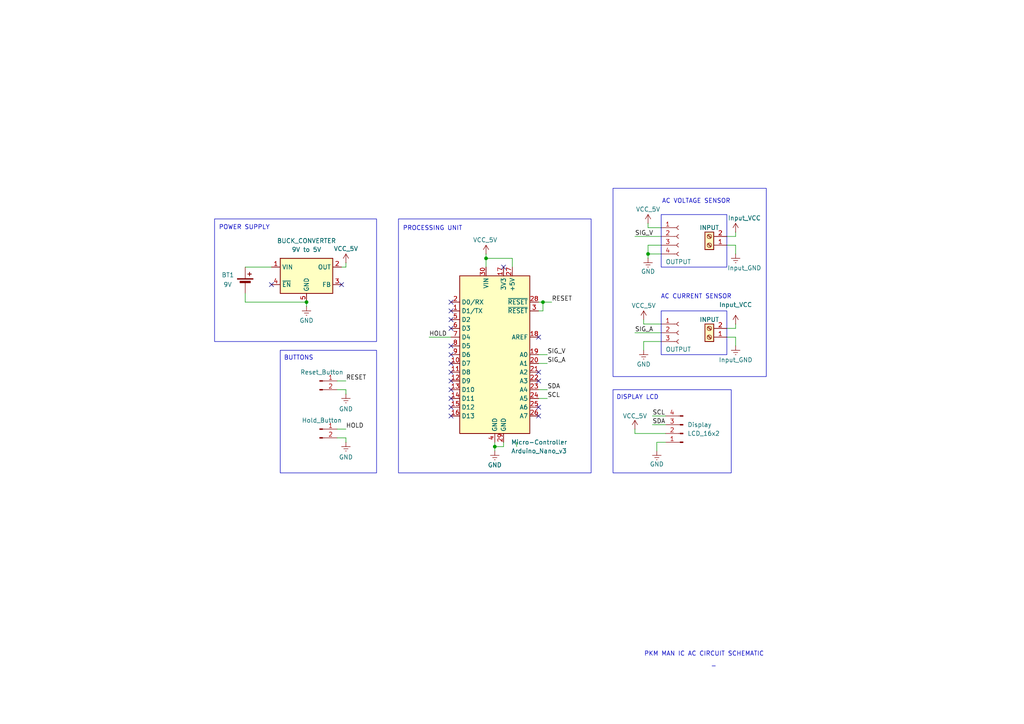
<source format=kicad_sch>
(kicad_sch
	(version 20231120)
	(generator "eeschema")
	(generator_version "8.0")
	(uuid "071dfae4-4cdd-4086-951d-5a12af96bec1")
	(paper "A4")
	(lib_symbols
		(symbol "Connector:Conn_01x02_Pin"
			(pin_names
				(offset 1.016) hide)
			(exclude_from_sim no)
			(in_bom yes)
			(on_board yes)
			(property "Reference" "J"
				(at 0 2.54 0)
				(effects
					(font
						(size 1.27 1.27)
					)
				)
			)
			(property "Value" "Conn_01x02_Pin"
				(at 0 -5.08 0)
				(effects
					(font
						(size 1.27 1.27)
					)
				)
			)
			(property "Footprint" ""
				(at 0 0 0)
				(effects
					(font
						(size 1.27 1.27)
					)
					(hide yes)
				)
			)
			(property "Datasheet" "~"
				(at 0 0 0)
				(effects
					(font
						(size 1.27 1.27)
					)
					(hide yes)
				)
			)
			(property "Description" "Generic connector, single row, 01x02, script generated"
				(at 0 0 0)
				(effects
					(font
						(size 1.27 1.27)
					)
					(hide yes)
				)
			)
			(property "ki_locked" ""
				(at 0 0 0)
				(effects
					(font
						(size 1.27 1.27)
					)
				)
			)
			(property "ki_keywords" "connector"
				(at 0 0 0)
				(effects
					(font
						(size 1.27 1.27)
					)
					(hide yes)
				)
			)
			(property "ki_fp_filters" "Connector*:*_1x??_*"
				(at 0 0 0)
				(effects
					(font
						(size 1.27 1.27)
					)
					(hide yes)
				)
			)
			(symbol "Conn_01x02_Pin_1_1"
				(polyline
					(pts
						(xy 1.27 -2.54) (xy 0.8636 -2.54)
					)
					(stroke
						(width 0.1524)
						(type default)
					)
					(fill
						(type none)
					)
				)
				(polyline
					(pts
						(xy 1.27 0) (xy 0.8636 0)
					)
					(stroke
						(width 0.1524)
						(type default)
					)
					(fill
						(type none)
					)
				)
				(rectangle
					(start 0.8636 -2.413)
					(end 0 -2.667)
					(stroke
						(width 0.1524)
						(type default)
					)
					(fill
						(type outline)
					)
				)
				(rectangle
					(start 0.8636 0.127)
					(end 0 -0.127)
					(stroke
						(width 0.1524)
						(type default)
					)
					(fill
						(type outline)
					)
				)
				(pin passive line
					(at 5.08 0 180)
					(length 3.81)
					(name "Pin_1"
						(effects
							(font
								(size 1.27 1.27)
							)
						)
					)
					(number "1"
						(effects
							(font
								(size 1.27 1.27)
							)
						)
					)
				)
				(pin passive line
					(at 5.08 -2.54 180)
					(length 3.81)
					(name "Pin_2"
						(effects
							(font
								(size 1.27 1.27)
							)
						)
					)
					(number "2"
						(effects
							(font
								(size 1.27 1.27)
							)
						)
					)
				)
			)
		)
		(symbol "Connector:Conn_01x03_Socket"
			(pin_names
				(offset 1.016) hide)
			(exclude_from_sim no)
			(in_bom yes)
			(on_board yes)
			(property "Reference" "J"
				(at 0 5.08 0)
				(effects
					(font
						(size 1.27 1.27)
					)
				)
			)
			(property "Value" "Conn_01x03_Socket"
				(at 0 -5.08 0)
				(effects
					(font
						(size 1.27 1.27)
					)
				)
			)
			(property "Footprint" ""
				(at 0 0 0)
				(effects
					(font
						(size 1.27 1.27)
					)
					(hide yes)
				)
			)
			(property "Datasheet" "~"
				(at 0 0 0)
				(effects
					(font
						(size 1.27 1.27)
					)
					(hide yes)
				)
			)
			(property "Description" "Generic connector, single row, 01x03, script generated"
				(at 0 0 0)
				(effects
					(font
						(size 1.27 1.27)
					)
					(hide yes)
				)
			)
			(property "ki_locked" ""
				(at 0 0 0)
				(effects
					(font
						(size 1.27 1.27)
					)
				)
			)
			(property "ki_keywords" "connector"
				(at 0 0 0)
				(effects
					(font
						(size 1.27 1.27)
					)
					(hide yes)
				)
			)
			(property "ki_fp_filters" "Connector*:*_1x??_*"
				(at 0 0 0)
				(effects
					(font
						(size 1.27 1.27)
					)
					(hide yes)
				)
			)
			(symbol "Conn_01x03_Socket_1_1"
				(arc
					(start 0 -2.032)
					(mid -0.5058 -2.54)
					(end 0 -3.048)
					(stroke
						(width 0.1524)
						(type default)
					)
					(fill
						(type none)
					)
				)
				(polyline
					(pts
						(xy -1.27 -2.54) (xy -0.508 -2.54)
					)
					(stroke
						(width 0.1524)
						(type default)
					)
					(fill
						(type none)
					)
				)
				(polyline
					(pts
						(xy -1.27 0) (xy -0.508 0)
					)
					(stroke
						(width 0.1524)
						(type default)
					)
					(fill
						(type none)
					)
				)
				(polyline
					(pts
						(xy -1.27 2.54) (xy -0.508 2.54)
					)
					(stroke
						(width 0.1524)
						(type default)
					)
					(fill
						(type none)
					)
				)
				(arc
					(start 0 0.508)
					(mid -0.5058 0)
					(end 0 -0.508)
					(stroke
						(width 0.1524)
						(type default)
					)
					(fill
						(type none)
					)
				)
				(arc
					(start 0 3.048)
					(mid -0.5058 2.54)
					(end 0 2.032)
					(stroke
						(width 0.1524)
						(type default)
					)
					(fill
						(type none)
					)
				)
				(pin passive line
					(at -5.08 2.54 0)
					(length 3.81)
					(name "Pin_1"
						(effects
							(font
								(size 1.27 1.27)
							)
						)
					)
					(number "1"
						(effects
							(font
								(size 1.27 1.27)
							)
						)
					)
				)
				(pin passive line
					(at -5.08 0 0)
					(length 3.81)
					(name "Pin_2"
						(effects
							(font
								(size 1.27 1.27)
							)
						)
					)
					(number "2"
						(effects
							(font
								(size 1.27 1.27)
							)
						)
					)
				)
				(pin passive line
					(at -5.08 -2.54 0)
					(length 3.81)
					(name "Pin_3"
						(effects
							(font
								(size 1.27 1.27)
							)
						)
					)
					(number "3"
						(effects
							(font
								(size 1.27 1.27)
							)
						)
					)
				)
			)
		)
		(symbol "Connector:Conn_01x04_Pin"
			(pin_names
				(offset 1.016) hide)
			(exclude_from_sim no)
			(in_bom yes)
			(on_board yes)
			(property "Reference" "J"
				(at 0 5.08 0)
				(effects
					(font
						(size 1.27 1.27)
					)
				)
			)
			(property "Value" "Conn_01x04_Pin"
				(at 0 -7.62 0)
				(effects
					(font
						(size 1.27 1.27)
					)
				)
			)
			(property "Footprint" ""
				(at 0 0 0)
				(effects
					(font
						(size 1.27 1.27)
					)
					(hide yes)
				)
			)
			(property "Datasheet" "~"
				(at 0 0 0)
				(effects
					(font
						(size 1.27 1.27)
					)
					(hide yes)
				)
			)
			(property "Description" "Generic connector, single row, 01x04, script generated"
				(at 0 0 0)
				(effects
					(font
						(size 1.27 1.27)
					)
					(hide yes)
				)
			)
			(property "ki_locked" ""
				(at 0 0 0)
				(effects
					(font
						(size 1.27 1.27)
					)
				)
			)
			(property "ki_keywords" "connector"
				(at 0 0 0)
				(effects
					(font
						(size 1.27 1.27)
					)
					(hide yes)
				)
			)
			(property "ki_fp_filters" "Connector*:*_1x??_*"
				(at 0 0 0)
				(effects
					(font
						(size 1.27 1.27)
					)
					(hide yes)
				)
			)
			(symbol "Conn_01x04_Pin_1_1"
				(polyline
					(pts
						(xy 1.27 -5.08) (xy 0.8636 -5.08)
					)
					(stroke
						(width 0.1524)
						(type default)
					)
					(fill
						(type none)
					)
				)
				(polyline
					(pts
						(xy 1.27 -2.54) (xy 0.8636 -2.54)
					)
					(stroke
						(width 0.1524)
						(type default)
					)
					(fill
						(type none)
					)
				)
				(polyline
					(pts
						(xy 1.27 0) (xy 0.8636 0)
					)
					(stroke
						(width 0.1524)
						(type default)
					)
					(fill
						(type none)
					)
				)
				(polyline
					(pts
						(xy 1.27 2.54) (xy 0.8636 2.54)
					)
					(stroke
						(width 0.1524)
						(type default)
					)
					(fill
						(type none)
					)
				)
				(rectangle
					(start 0.8636 -4.953)
					(end 0 -5.207)
					(stroke
						(width 0.1524)
						(type default)
					)
					(fill
						(type outline)
					)
				)
				(rectangle
					(start 0.8636 -2.413)
					(end 0 -2.667)
					(stroke
						(width 0.1524)
						(type default)
					)
					(fill
						(type outline)
					)
				)
				(rectangle
					(start 0.8636 0.127)
					(end 0 -0.127)
					(stroke
						(width 0.1524)
						(type default)
					)
					(fill
						(type outline)
					)
				)
				(rectangle
					(start 0.8636 2.667)
					(end 0 2.413)
					(stroke
						(width 0.1524)
						(type default)
					)
					(fill
						(type outline)
					)
				)
				(pin passive line
					(at 5.08 2.54 180)
					(length 3.81)
					(name "Pin_1"
						(effects
							(font
								(size 1.27 1.27)
							)
						)
					)
					(number "1"
						(effects
							(font
								(size 1.27 1.27)
							)
						)
					)
				)
				(pin passive line
					(at 5.08 0 180)
					(length 3.81)
					(name "Pin_2"
						(effects
							(font
								(size 1.27 1.27)
							)
						)
					)
					(number "2"
						(effects
							(font
								(size 1.27 1.27)
							)
						)
					)
				)
				(pin passive line
					(at 5.08 -2.54 180)
					(length 3.81)
					(name "Pin_3"
						(effects
							(font
								(size 1.27 1.27)
							)
						)
					)
					(number "3"
						(effects
							(font
								(size 1.27 1.27)
							)
						)
					)
				)
				(pin passive line
					(at 5.08 -5.08 180)
					(length 3.81)
					(name "Pin_4"
						(effects
							(font
								(size 1.27 1.27)
							)
						)
					)
					(number "4"
						(effects
							(font
								(size 1.27 1.27)
							)
						)
					)
				)
			)
		)
		(symbol "Connector:Conn_01x04_Socket"
			(pin_names
				(offset 1.016) hide)
			(exclude_from_sim no)
			(in_bom yes)
			(on_board yes)
			(property "Reference" "J"
				(at 0 5.08 0)
				(effects
					(font
						(size 1.27 1.27)
					)
				)
			)
			(property "Value" "Conn_01x04_Socket"
				(at 0 -7.62 0)
				(effects
					(font
						(size 1.27 1.27)
					)
				)
			)
			(property "Footprint" ""
				(at 0 0 0)
				(effects
					(font
						(size 1.27 1.27)
					)
					(hide yes)
				)
			)
			(property "Datasheet" "~"
				(at 0 0 0)
				(effects
					(font
						(size 1.27 1.27)
					)
					(hide yes)
				)
			)
			(property "Description" "Generic connector, single row, 01x04, script generated"
				(at 0 0 0)
				(effects
					(font
						(size 1.27 1.27)
					)
					(hide yes)
				)
			)
			(property "ki_locked" ""
				(at 0 0 0)
				(effects
					(font
						(size 1.27 1.27)
					)
				)
			)
			(property "ki_keywords" "connector"
				(at 0 0 0)
				(effects
					(font
						(size 1.27 1.27)
					)
					(hide yes)
				)
			)
			(property "ki_fp_filters" "Connector*:*_1x??_*"
				(at 0 0 0)
				(effects
					(font
						(size 1.27 1.27)
					)
					(hide yes)
				)
			)
			(symbol "Conn_01x04_Socket_1_1"
				(arc
					(start 0 -4.572)
					(mid -0.5058 -5.08)
					(end 0 -5.588)
					(stroke
						(width 0.1524)
						(type default)
					)
					(fill
						(type none)
					)
				)
				(arc
					(start 0 -2.032)
					(mid -0.5058 -2.54)
					(end 0 -3.048)
					(stroke
						(width 0.1524)
						(type default)
					)
					(fill
						(type none)
					)
				)
				(polyline
					(pts
						(xy -1.27 -5.08) (xy -0.508 -5.08)
					)
					(stroke
						(width 0.1524)
						(type default)
					)
					(fill
						(type none)
					)
				)
				(polyline
					(pts
						(xy -1.27 -2.54) (xy -0.508 -2.54)
					)
					(stroke
						(width 0.1524)
						(type default)
					)
					(fill
						(type none)
					)
				)
				(polyline
					(pts
						(xy -1.27 0) (xy -0.508 0)
					)
					(stroke
						(width 0.1524)
						(type default)
					)
					(fill
						(type none)
					)
				)
				(polyline
					(pts
						(xy -1.27 2.54) (xy -0.508 2.54)
					)
					(stroke
						(width 0.1524)
						(type default)
					)
					(fill
						(type none)
					)
				)
				(arc
					(start 0 0.508)
					(mid -0.5058 0)
					(end 0 -0.508)
					(stroke
						(width 0.1524)
						(type default)
					)
					(fill
						(type none)
					)
				)
				(arc
					(start 0 3.048)
					(mid -0.5058 2.54)
					(end 0 2.032)
					(stroke
						(width 0.1524)
						(type default)
					)
					(fill
						(type none)
					)
				)
				(pin passive line
					(at -5.08 2.54 0)
					(length 3.81)
					(name "Pin_1"
						(effects
							(font
								(size 1.27 1.27)
							)
						)
					)
					(number "1"
						(effects
							(font
								(size 1.27 1.27)
							)
						)
					)
				)
				(pin passive line
					(at -5.08 0 0)
					(length 3.81)
					(name "Pin_2"
						(effects
							(font
								(size 1.27 1.27)
							)
						)
					)
					(number "2"
						(effects
							(font
								(size 1.27 1.27)
							)
						)
					)
				)
				(pin passive line
					(at -5.08 -2.54 0)
					(length 3.81)
					(name "Pin_3"
						(effects
							(font
								(size 1.27 1.27)
							)
						)
					)
					(number "3"
						(effects
							(font
								(size 1.27 1.27)
							)
						)
					)
				)
				(pin passive line
					(at -5.08 -5.08 0)
					(length 3.81)
					(name "Pin_4"
						(effects
							(font
								(size 1.27 1.27)
							)
						)
					)
					(number "4"
						(effects
							(font
								(size 1.27 1.27)
							)
						)
					)
				)
			)
		)
		(symbol "Connector:Screw_Terminal_01x02"
			(pin_names
				(offset 1.016) hide)
			(exclude_from_sim no)
			(in_bom yes)
			(on_board yes)
			(property "Reference" "J"
				(at 0 2.54 0)
				(effects
					(font
						(size 1.27 1.27)
					)
				)
			)
			(property "Value" "Screw_Terminal_01x02"
				(at 0 -5.08 0)
				(effects
					(font
						(size 1.27 1.27)
					)
				)
			)
			(property "Footprint" ""
				(at 0 0 0)
				(effects
					(font
						(size 1.27 1.27)
					)
					(hide yes)
				)
			)
			(property "Datasheet" "~"
				(at 0 0 0)
				(effects
					(font
						(size 1.27 1.27)
					)
					(hide yes)
				)
			)
			(property "Description" "Generic screw terminal, single row, 01x02, script generated (kicad-library-utils/schlib/autogen/connector/)"
				(at 0 0 0)
				(effects
					(font
						(size 1.27 1.27)
					)
					(hide yes)
				)
			)
			(property "ki_keywords" "screw terminal"
				(at 0 0 0)
				(effects
					(font
						(size 1.27 1.27)
					)
					(hide yes)
				)
			)
			(property "ki_fp_filters" "TerminalBlock*:*"
				(at 0 0 0)
				(effects
					(font
						(size 1.27 1.27)
					)
					(hide yes)
				)
			)
			(symbol "Screw_Terminal_01x02_1_1"
				(rectangle
					(start -1.27 1.27)
					(end 1.27 -3.81)
					(stroke
						(width 0.254)
						(type default)
					)
					(fill
						(type background)
					)
				)
				(circle
					(center 0 -2.54)
					(radius 0.635)
					(stroke
						(width 0.1524)
						(type default)
					)
					(fill
						(type none)
					)
				)
				(polyline
					(pts
						(xy -0.5334 -2.2098) (xy 0.3302 -3.048)
					)
					(stroke
						(width 0.1524)
						(type default)
					)
					(fill
						(type none)
					)
				)
				(polyline
					(pts
						(xy -0.5334 0.3302) (xy 0.3302 -0.508)
					)
					(stroke
						(width 0.1524)
						(type default)
					)
					(fill
						(type none)
					)
				)
				(polyline
					(pts
						(xy -0.3556 -2.032) (xy 0.508 -2.8702)
					)
					(stroke
						(width 0.1524)
						(type default)
					)
					(fill
						(type none)
					)
				)
				(polyline
					(pts
						(xy -0.3556 0.508) (xy 0.508 -0.3302)
					)
					(stroke
						(width 0.1524)
						(type default)
					)
					(fill
						(type none)
					)
				)
				(circle
					(center 0 0)
					(radius 0.635)
					(stroke
						(width 0.1524)
						(type default)
					)
					(fill
						(type none)
					)
				)
				(pin passive line
					(at -5.08 0 0)
					(length 3.81)
					(name "Pin_1"
						(effects
							(font
								(size 1.27 1.27)
							)
						)
					)
					(number "1"
						(effects
							(font
								(size 1.27 1.27)
							)
						)
					)
				)
				(pin passive line
					(at -5.08 -2.54 0)
					(length 3.81)
					(name "Pin_2"
						(effects
							(font
								(size 1.27 1.27)
							)
						)
					)
					(number "2"
						(effects
							(font
								(size 1.27 1.27)
							)
						)
					)
				)
			)
		)
		(symbol "Device:Battery_Cell"
			(pin_numbers hide)
			(pin_names
				(offset 0) hide)
			(exclude_from_sim no)
			(in_bom yes)
			(on_board yes)
			(property "Reference" "BT"
				(at 2.54 2.54 0)
				(effects
					(font
						(size 1.27 1.27)
					)
					(justify left)
				)
			)
			(property "Value" "Battery_Cell"
				(at 2.54 0 0)
				(effects
					(font
						(size 1.27 1.27)
					)
					(justify left)
				)
			)
			(property "Footprint" ""
				(at 0 1.524 90)
				(effects
					(font
						(size 1.27 1.27)
					)
					(hide yes)
				)
			)
			(property "Datasheet" "~"
				(at 0 1.524 90)
				(effects
					(font
						(size 1.27 1.27)
					)
					(hide yes)
				)
			)
			(property "Description" "Single-cell battery"
				(at 0 0 0)
				(effects
					(font
						(size 1.27 1.27)
					)
					(hide yes)
				)
			)
			(property "ki_keywords" "battery cell"
				(at 0 0 0)
				(effects
					(font
						(size 1.27 1.27)
					)
					(hide yes)
				)
			)
			(symbol "Battery_Cell_0_1"
				(rectangle
					(start -2.286 1.778)
					(end 2.286 1.524)
					(stroke
						(width 0)
						(type default)
					)
					(fill
						(type outline)
					)
				)
				(rectangle
					(start -1.524 1.016)
					(end 1.524 0.508)
					(stroke
						(width 0)
						(type default)
					)
					(fill
						(type outline)
					)
				)
				(polyline
					(pts
						(xy 0 0.762) (xy 0 0)
					)
					(stroke
						(width 0)
						(type default)
					)
					(fill
						(type none)
					)
				)
				(polyline
					(pts
						(xy 0 1.778) (xy 0 2.54)
					)
					(stroke
						(width 0)
						(type default)
					)
					(fill
						(type none)
					)
				)
				(polyline
					(pts
						(xy 0.762 3.048) (xy 1.778 3.048)
					)
					(stroke
						(width 0.254)
						(type default)
					)
					(fill
						(type none)
					)
				)
				(polyline
					(pts
						(xy 1.27 3.556) (xy 1.27 2.54)
					)
					(stroke
						(width 0.254)
						(type default)
					)
					(fill
						(type none)
					)
				)
			)
			(symbol "Battery_Cell_1_1"
				(pin passive line
					(at 0 5.08 270)
					(length 2.54)
					(name "+"
						(effects
							(font
								(size 1.27 1.27)
							)
						)
					)
					(number "1"
						(effects
							(font
								(size 1.27 1.27)
							)
						)
					)
				)
				(pin passive line
					(at 0 -2.54 90)
					(length 2.54)
					(name "-"
						(effects
							(font
								(size 1.27 1.27)
							)
						)
					)
					(number "2"
						(effects
							(font
								(size 1.27 1.27)
							)
						)
					)
				)
			)
		)
		(symbol "MCU_Module:Arduino_Nano_v3.x"
			(exclude_from_sim no)
			(in_bom yes)
			(on_board yes)
			(property "Reference" "A"
				(at -10.16 23.495 0)
				(effects
					(font
						(size 1.27 1.27)
					)
					(justify left bottom)
				)
			)
			(property "Value" "Arduino_Nano_v3.x"
				(at 5.08 -24.13 0)
				(effects
					(font
						(size 1.27 1.27)
					)
					(justify left top)
				)
			)
			(property "Footprint" "Module:Arduino_Nano"
				(at 0 0 0)
				(effects
					(font
						(size 1.27 1.27)
						(italic yes)
					)
					(hide yes)
				)
			)
			(property "Datasheet" "http://www.mouser.com/pdfdocs/Gravitech_Arduino_Nano3_0.pdf"
				(at 0 0 0)
				(effects
					(font
						(size 1.27 1.27)
					)
					(hide yes)
				)
			)
			(property "Description" "Arduino Nano v3.x"
				(at 0 0 0)
				(effects
					(font
						(size 1.27 1.27)
					)
					(hide yes)
				)
			)
			(property "ki_keywords" "Arduino nano microcontroller module USB"
				(at 0 0 0)
				(effects
					(font
						(size 1.27 1.27)
					)
					(hide yes)
				)
			)
			(property "ki_fp_filters" "Arduino*Nano*"
				(at 0 0 0)
				(effects
					(font
						(size 1.27 1.27)
					)
					(hide yes)
				)
			)
			(symbol "Arduino_Nano_v3.x_0_1"
				(rectangle
					(start -10.16 22.86)
					(end 10.16 -22.86)
					(stroke
						(width 0.254)
						(type default)
					)
					(fill
						(type background)
					)
				)
			)
			(symbol "Arduino_Nano_v3.x_1_1"
				(pin bidirectional line
					(at -12.7 12.7 0)
					(length 2.54)
					(name "D1/TX"
						(effects
							(font
								(size 1.27 1.27)
							)
						)
					)
					(number "1"
						(effects
							(font
								(size 1.27 1.27)
							)
						)
					)
				)
				(pin bidirectional line
					(at -12.7 -2.54 0)
					(length 2.54)
					(name "D7"
						(effects
							(font
								(size 1.27 1.27)
							)
						)
					)
					(number "10"
						(effects
							(font
								(size 1.27 1.27)
							)
						)
					)
				)
				(pin bidirectional line
					(at -12.7 -5.08 0)
					(length 2.54)
					(name "D8"
						(effects
							(font
								(size 1.27 1.27)
							)
						)
					)
					(number "11"
						(effects
							(font
								(size 1.27 1.27)
							)
						)
					)
				)
				(pin bidirectional line
					(at -12.7 -7.62 0)
					(length 2.54)
					(name "D9"
						(effects
							(font
								(size 1.27 1.27)
							)
						)
					)
					(number "12"
						(effects
							(font
								(size 1.27 1.27)
							)
						)
					)
				)
				(pin bidirectional line
					(at -12.7 -10.16 0)
					(length 2.54)
					(name "D10"
						(effects
							(font
								(size 1.27 1.27)
							)
						)
					)
					(number "13"
						(effects
							(font
								(size 1.27 1.27)
							)
						)
					)
				)
				(pin bidirectional line
					(at -12.7 -12.7 0)
					(length 2.54)
					(name "D11"
						(effects
							(font
								(size 1.27 1.27)
							)
						)
					)
					(number "14"
						(effects
							(font
								(size 1.27 1.27)
							)
						)
					)
				)
				(pin bidirectional line
					(at -12.7 -15.24 0)
					(length 2.54)
					(name "D12"
						(effects
							(font
								(size 1.27 1.27)
							)
						)
					)
					(number "15"
						(effects
							(font
								(size 1.27 1.27)
							)
						)
					)
				)
				(pin bidirectional line
					(at -12.7 -17.78 0)
					(length 2.54)
					(name "D13"
						(effects
							(font
								(size 1.27 1.27)
							)
						)
					)
					(number "16"
						(effects
							(font
								(size 1.27 1.27)
							)
						)
					)
				)
				(pin power_out line
					(at 2.54 25.4 270)
					(length 2.54)
					(name "3V3"
						(effects
							(font
								(size 1.27 1.27)
							)
						)
					)
					(number "17"
						(effects
							(font
								(size 1.27 1.27)
							)
						)
					)
				)
				(pin input line
					(at 12.7 5.08 180)
					(length 2.54)
					(name "AREF"
						(effects
							(font
								(size 1.27 1.27)
							)
						)
					)
					(number "18"
						(effects
							(font
								(size 1.27 1.27)
							)
						)
					)
				)
				(pin bidirectional line
					(at 12.7 0 180)
					(length 2.54)
					(name "A0"
						(effects
							(font
								(size 1.27 1.27)
							)
						)
					)
					(number "19"
						(effects
							(font
								(size 1.27 1.27)
							)
						)
					)
				)
				(pin bidirectional line
					(at -12.7 15.24 0)
					(length 2.54)
					(name "D0/RX"
						(effects
							(font
								(size 1.27 1.27)
							)
						)
					)
					(number "2"
						(effects
							(font
								(size 1.27 1.27)
							)
						)
					)
				)
				(pin bidirectional line
					(at 12.7 -2.54 180)
					(length 2.54)
					(name "A1"
						(effects
							(font
								(size 1.27 1.27)
							)
						)
					)
					(number "20"
						(effects
							(font
								(size 1.27 1.27)
							)
						)
					)
				)
				(pin bidirectional line
					(at 12.7 -5.08 180)
					(length 2.54)
					(name "A2"
						(effects
							(font
								(size 1.27 1.27)
							)
						)
					)
					(number "21"
						(effects
							(font
								(size 1.27 1.27)
							)
						)
					)
				)
				(pin bidirectional line
					(at 12.7 -7.62 180)
					(length 2.54)
					(name "A3"
						(effects
							(font
								(size 1.27 1.27)
							)
						)
					)
					(number "22"
						(effects
							(font
								(size 1.27 1.27)
							)
						)
					)
				)
				(pin bidirectional line
					(at 12.7 -10.16 180)
					(length 2.54)
					(name "A4"
						(effects
							(font
								(size 1.27 1.27)
							)
						)
					)
					(number "23"
						(effects
							(font
								(size 1.27 1.27)
							)
						)
					)
				)
				(pin bidirectional line
					(at 12.7 -12.7 180)
					(length 2.54)
					(name "A5"
						(effects
							(font
								(size 1.27 1.27)
							)
						)
					)
					(number "24"
						(effects
							(font
								(size 1.27 1.27)
							)
						)
					)
				)
				(pin bidirectional line
					(at 12.7 -15.24 180)
					(length 2.54)
					(name "A6"
						(effects
							(font
								(size 1.27 1.27)
							)
						)
					)
					(number "25"
						(effects
							(font
								(size 1.27 1.27)
							)
						)
					)
				)
				(pin bidirectional line
					(at 12.7 -17.78 180)
					(length 2.54)
					(name "A7"
						(effects
							(font
								(size 1.27 1.27)
							)
						)
					)
					(number "26"
						(effects
							(font
								(size 1.27 1.27)
							)
						)
					)
				)
				(pin power_out line
					(at 5.08 25.4 270)
					(length 2.54)
					(name "+5V"
						(effects
							(font
								(size 1.27 1.27)
							)
						)
					)
					(number "27"
						(effects
							(font
								(size 1.27 1.27)
							)
						)
					)
				)
				(pin input line
					(at 12.7 15.24 180)
					(length 2.54)
					(name "~{RESET}"
						(effects
							(font
								(size 1.27 1.27)
							)
						)
					)
					(number "28"
						(effects
							(font
								(size 1.27 1.27)
							)
						)
					)
				)
				(pin power_in line
					(at 2.54 -25.4 90)
					(length 2.54)
					(name "GND"
						(effects
							(font
								(size 1.27 1.27)
							)
						)
					)
					(number "29"
						(effects
							(font
								(size 1.27 1.27)
							)
						)
					)
				)
				(pin input line
					(at 12.7 12.7 180)
					(length 2.54)
					(name "~{RESET}"
						(effects
							(font
								(size 1.27 1.27)
							)
						)
					)
					(number "3"
						(effects
							(font
								(size 1.27 1.27)
							)
						)
					)
				)
				(pin power_in line
					(at -2.54 25.4 270)
					(length 2.54)
					(name "VIN"
						(effects
							(font
								(size 1.27 1.27)
							)
						)
					)
					(number "30"
						(effects
							(font
								(size 1.27 1.27)
							)
						)
					)
				)
				(pin power_in line
					(at 0 -25.4 90)
					(length 2.54)
					(name "GND"
						(effects
							(font
								(size 1.27 1.27)
							)
						)
					)
					(number "4"
						(effects
							(font
								(size 1.27 1.27)
							)
						)
					)
				)
				(pin bidirectional line
					(at -12.7 10.16 0)
					(length 2.54)
					(name "D2"
						(effects
							(font
								(size 1.27 1.27)
							)
						)
					)
					(number "5"
						(effects
							(font
								(size 1.27 1.27)
							)
						)
					)
				)
				(pin bidirectional line
					(at -12.7 7.62 0)
					(length 2.54)
					(name "D3"
						(effects
							(font
								(size 1.27 1.27)
							)
						)
					)
					(number "6"
						(effects
							(font
								(size 1.27 1.27)
							)
						)
					)
				)
				(pin bidirectional line
					(at -12.7 5.08 0)
					(length 2.54)
					(name "D4"
						(effects
							(font
								(size 1.27 1.27)
							)
						)
					)
					(number "7"
						(effects
							(font
								(size 1.27 1.27)
							)
						)
					)
				)
				(pin bidirectional line
					(at -12.7 2.54 0)
					(length 2.54)
					(name "D5"
						(effects
							(font
								(size 1.27 1.27)
							)
						)
					)
					(number "8"
						(effects
							(font
								(size 1.27 1.27)
							)
						)
					)
				)
				(pin bidirectional line
					(at -12.7 0 0)
					(length 2.54)
					(name "D6"
						(effects
							(font
								(size 1.27 1.27)
							)
						)
					)
					(number "9"
						(effects
							(font
								(size 1.27 1.27)
							)
						)
					)
				)
			)
		)
		(symbol "Regulator_Switching:XL1509-5.0"
			(exclude_from_sim no)
			(in_bom yes)
			(on_board yes)
			(property "Reference" "U"
				(at -7.112 6.096 0)
				(effects
					(font
						(size 1.27 1.27)
					)
				)
			)
			(property "Value" "XL1509-5.0"
				(at 5.842 6.096 0)
				(effects
					(font
						(size 1.27 1.27)
					)
				)
			)
			(property "Footprint" "Package_SO:SOIC-8_3.9x4.9mm_P1.27mm"
				(at 0 8.382 0)
				(effects
					(font
						(size 1.27 1.27)
					)
					(hide yes)
				)
			)
			(property "Datasheet" "https://datasheet.lcsc.com/lcsc/1809050422_XLSEMI-XL1509-5-0E1_C61063.pdf"
				(at 2.54 10.668 0)
				(effects
					(font
						(size 1.27 1.27)
					)
					(hide yes)
				)
			)
			(property "Description" "Buck DC/DC Converter, 2A, 5V Output Voltage, 7-40V Input Voltage"
				(at 0 0 0)
				(effects
					(font
						(size 1.27 1.27)
					)
					(hide yes)
				)
			)
			(property "ki_keywords" "Buck DC/DC Converter"
				(at 0 0 0)
				(effects
					(font
						(size 1.27 1.27)
					)
					(hide yes)
				)
			)
			(property "ki_fp_filters" "SOIC*3.9x4.9mm*P1.27mm*"
				(at 0 0 0)
				(effects
					(font
						(size 1.27 1.27)
					)
					(hide yes)
				)
			)
			(symbol "XL1509-5.0_0_1"
				(rectangle
					(start -7.62 5.08)
					(end 7.62 -5.08)
					(stroke
						(width 0.254)
						(type default)
					)
					(fill
						(type background)
					)
				)
			)
			(symbol "XL1509-5.0_1_1"
				(pin power_in line
					(at -10.16 2.54 0)
					(length 2.54)
					(name "VIN"
						(effects
							(font
								(size 1.27 1.27)
							)
						)
					)
					(number "1"
						(effects
							(font
								(size 1.27 1.27)
							)
						)
					)
				)
				(pin power_out line
					(at 10.16 2.54 180)
					(length 2.54)
					(name "OUT"
						(effects
							(font
								(size 1.27 1.27)
							)
						)
					)
					(number "2"
						(effects
							(font
								(size 1.27 1.27)
							)
						)
					)
				)
				(pin input line
					(at 10.16 -2.54 180)
					(length 2.54)
					(name "FB"
						(effects
							(font
								(size 1.27 1.27)
							)
						)
					)
					(number "3"
						(effects
							(font
								(size 1.27 1.27)
							)
						)
					)
				)
				(pin input line
					(at -10.16 -2.54 0)
					(length 2.54)
					(name "~{EN}"
						(effects
							(font
								(size 1.27 1.27)
							)
						)
					)
					(number "4"
						(effects
							(font
								(size 1.27 1.27)
							)
						)
					)
				)
				(pin power_in line
					(at 0 -7.62 90)
					(length 2.54)
					(name "GND"
						(effects
							(font
								(size 1.27 1.27)
							)
						)
					)
					(number "5"
						(effects
							(font
								(size 1.27 1.27)
							)
						)
					)
				)
				(pin passive line
					(at 0 -7.62 90)
					(length 2.54) hide
					(name "GND"
						(effects
							(font
								(size 1.27 1.27)
							)
						)
					)
					(number "6"
						(effects
							(font
								(size 1.27 1.27)
							)
						)
					)
				)
				(pin passive line
					(at 0 -7.62 90)
					(length 2.54) hide
					(name "GND"
						(effects
							(font
								(size 1.27 1.27)
							)
						)
					)
					(number "7"
						(effects
							(font
								(size 1.27 1.27)
							)
						)
					)
				)
				(pin passive line
					(at 0 -7.62 90)
					(length 2.54) hide
					(name "GND"
						(effects
							(font
								(size 1.27 1.27)
							)
						)
					)
					(number "8"
						(effects
							(font
								(size 1.27 1.27)
							)
						)
					)
				)
			)
		)
		(symbol "power:GNDREF"
			(power)
			(pin_numbers hide)
			(pin_names
				(offset 0) hide)
			(exclude_from_sim no)
			(in_bom yes)
			(on_board yes)
			(property "Reference" "#PWR"
				(at 0 -6.35 0)
				(effects
					(font
						(size 1.27 1.27)
					)
					(hide yes)
				)
			)
			(property "Value" "GNDREF"
				(at 0 -3.81 0)
				(effects
					(font
						(size 1.27 1.27)
					)
				)
			)
			(property "Footprint" ""
				(at 0 0 0)
				(effects
					(font
						(size 1.27 1.27)
					)
					(hide yes)
				)
			)
			(property "Datasheet" ""
				(at 0 0 0)
				(effects
					(font
						(size 1.27 1.27)
					)
					(hide yes)
				)
			)
			(property "Description" "Power symbol creates a global label with name \"GNDREF\" , reference supply ground"
				(at 0 0 0)
				(effects
					(font
						(size 1.27 1.27)
					)
					(hide yes)
				)
			)
			(property "ki_keywords" "global power"
				(at 0 0 0)
				(effects
					(font
						(size 1.27 1.27)
					)
					(hide yes)
				)
			)
			(symbol "GNDREF_0_1"
				(polyline
					(pts
						(xy -0.635 -1.905) (xy 0.635 -1.905)
					)
					(stroke
						(width 0)
						(type default)
					)
					(fill
						(type none)
					)
				)
				(polyline
					(pts
						(xy -0.127 -2.54) (xy 0.127 -2.54)
					)
					(stroke
						(width 0)
						(type default)
					)
					(fill
						(type none)
					)
				)
				(polyline
					(pts
						(xy 0 -1.27) (xy 0 0)
					)
					(stroke
						(width 0)
						(type default)
					)
					(fill
						(type none)
					)
				)
				(polyline
					(pts
						(xy 1.27 -1.27) (xy -1.27 -1.27)
					)
					(stroke
						(width 0)
						(type default)
					)
					(fill
						(type none)
					)
				)
			)
			(symbol "GNDREF_1_1"
				(pin power_in line
					(at 0 0 270)
					(length 0)
					(name "~"
						(effects
							(font
								(size 1.27 1.27)
							)
						)
					)
					(number "1"
						(effects
							(font
								(size 1.27 1.27)
							)
						)
					)
				)
			)
		)
		(symbol "power:VCC"
			(power)
			(pin_numbers hide)
			(pin_names
				(offset 0) hide)
			(exclude_from_sim no)
			(in_bom yes)
			(on_board yes)
			(property "Reference" "#PWR"
				(at 0 -3.81 0)
				(effects
					(font
						(size 1.27 1.27)
					)
					(hide yes)
				)
			)
			(property "Value" "VCC"
				(at 0 3.556 0)
				(effects
					(font
						(size 1.27 1.27)
					)
				)
			)
			(property "Footprint" ""
				(at 0 0 0)
				(effects
					(font
						(size 1.27 1.27)
					)
					(hide yes)
				)
			)
			(property "Datasheet" ""
				(at 0 0 0)
				(effects
					(font
						(size 1.27 1.27)
					)
					(hide yes)
				)
			)
			(property "Description" "Power symbol creates a global label with name \"VCC\""
				(at 0 0 0)
				(effects
					(font
						(size 1.27 1.27)
					)
					(hide yes)
				)
			)
			(property "ki_keywords" "global power"
				(at 0 0 0)
				(effects
					(font
						(size 1.27 1.27)
					)
					(hide yes)
				)
			)
			(symbol "VCC_0_1"
				(polyline
					(pts
						(xy -0.762 1.27) (xy 0 2.54)
					)
					(stroke
						(width 0)
						(type default)
					)
					(fill
						(type none)
					)
				)
				(polyline
					(pts
						(xy 0 0) (xy 0 2.54)
					)
					(stroke
						(width 0)
						(type default)
					)
					(fill
						(type none)
					)
				)
				(polyline
					(pts
						(xy 0 2.54) (xy 0.762 1.27)
					)
					(stroke
						(width 0)
						(type default)
					)
					(fill
						(type none)
					)
				)
			)
			(symbol "VCC_1_1"
				(pin power_in line
					(at 0 0 90)
					(length 0)
					(name "~"
						(effects
							(font
								(size 1.27 1.27)
							)
						)
					)
					(number "1"
						(effects
							(font
								(size 1.27 1.27)
							)
						)
					)
				)
			)
		)
	)
	(junction
		(at 187.96 73.66)
		(diameter 0)
		(color 0 0 0 0)
		(uuid "15a0dfb4-1ef9-46d1-8b8a-b0719f9c7d07")
	)
	(junction
		(at 88.9 87.63)
		(diameter 0)
		(color 0 0 0 0)
		(uuid "229f0104-28fe-4d05-87f6-8933230205fe")
	)
	(junction
		(at 143.51 129.54)
		(diameter 0)
		(color 0 0 0 0)
		(uuid "80d91173-03b8-46e6-a493-f1a7bd130887")
	)
	(junction
		(at 140.97 74.93)
		(diameter 0)
		(color 0 0 0 0)
		(uuid "8f3efe7c-181a-441b-8b34-bc7fd875ca1d")
	)
	(junction
		(at 157.48 87.63)
		(diameter 0)
		(color 0 0 0 0)
		(uuid "acf0a9f0-840f-458c-8cf1-ad02dead9698")
	)
	(no_connect
		(at 130.81 92.71)
		(uuid "20515632-8822-4a1c-97da-6b770dd32122")
	)
	(no_connect
		(at 156.21 118.11)
		(uuid "2fb70eb8-4837-4877-87cf-820a7646c1c2")
	)
	(no_connect
		(at 130.81 110.49)
		(uuid "4f533c53-39ee-48d6-95cb-353c40db47ee")
	)
	(no_connect
		(at 130.81 115.57)
		(uuid "5ed467d7-8ebd-42fc-b79c-19c980a93885")
	)
	(no_connect
		(at 130.81 102.87)
		(uuid "5f24e046-9aa1-417b-b1d4-c7f0d0cd6600")
	)
	(no_connect
		(at 146.05 77.47)
		(uuid "61c46320-295a-4b25-b8a0-8e1dcecd676b")
	)
	(no_connect
		(at 156.21 107.95)
		(uuid "690fe837-e79f-44df-936b-106bdc447672")
	)
	(no_connect
		(at 99.06 82.55)
		(uuid "6993526e-5900-45e2-90fe-ffe4092213f8")
	)
	(no_connect
		(at 156.21 110.49)
		(uuid "757ac09c-5594-4bea-85d2-efa904b28b53")
	)
	(no_connect
		(at 130.81 95.25)
		(uuid "762ecf78-5575-43f5-b4be-744ff4671a1d")
	)
	(no_connect
		(at 130.81 107.95)
		(uuid "82daf0f7-1a4c-4387-8917-328bf1311ce8")
	)
	(no_connect
		(at 130.81 113.03)
		(uuid "9d79977a-25e3-498a-91a9-4ddd0db6ea73")
	)
	(no_connect
		(at 156.21 97.79)
		(uuid "9e8ab0e7-8c8d-4509-ba7c-e98730b437b5")
	)
	(no_connect
		(at 156.21 120.65)
		(uuid "a209bba7-5eeb-4b23-84ae-f491453a506b")
	)
	(no_connect
		(at 130.81 100.33)
		(uuid "adb47b6b-5390-4a64-9531-2e0d7d45bd9b")
	)
	(no_connect
		(at 130.81 118.11)
		(uuid "b890fbec-bf5f-443d-8bbe-e964180dbf80")
	)
	(no_connect
		(at 78.74 82.55)
		(uuid "d962fa96-8709-40ac-a589-4c7fdcd81a71")
	)
	(no_connect
		(at 130.81 105.41)
		(uuid "ec4e7cf8-c536-4ab6-9c3c-ea8e96d12da2")
	)
	(no_connect
		(at 130.81 90.17)
		(uuid "ed2345a1-63ee-428d-85b8-708a1f6c2c56")
	)
	(no_connect
		(at 130.81 87.63)
		(uuid "f11528f3-989d-42f7-bcb7-d6da782e4c37")
	)
	(no_connect
		(at 130.81 120.65)
		(uuid "f3b9adfb-9cd9-45be-a713-747093b6c2c3")
	)
	(wire
		(pts
			(xy 143.51 128.27) (xy 143.51 129.54)
		)
		(stroke
			(width 0)
			(type default)
		)
		(uuid "03302dc1-e37c-41da-a0d8-e4812f66522e")
	)
	(wire
		(pts
			(xy 140.97 73.66) (xy 140.97 74.93)
		)
		(stroke
			(width 0)
			(type default)
		)
		(uuid "0450b03c-3af3-4a2f-9322-de653de12885")
	)
	(wire
		(pts
			(xy 210.82 97.79) (xy 213.36 97.79)
		)
		(stroke
			(width 0)
			(type default)
		)
		(uuid "05a2d325-4a7c-4c67-8849-1cf944bb7f9c")
	)
	(wire
		(pts
			(xy 189.23 123.19) (xy 193.04 123.19)
		)
		(stroke
			(width 0)
			(type default)
		)
		(uuid "10b5f908-f27f-4cbf-9e5b-7806188d7930")
	)
	(wire
		(pts
			(xy 88.9 87.63) (xy 88.9 88.9)
		)
		(stroke
			(width 0)
			(type default)
		)
		(uuid "18d2a84e-d4e3-4707-94f2-3dbb4cb61bb9")
	)
	(wire
		(pts
			(xy 156.21 87.63) (xy 157.48 87.63)
		)
		(stroke
			(width 0)
			(type default)
		)
		(uuid "1e3faafa-1e0b-4f0f-b1fb-4afd66e4bd0c")
	)
	(wire
		(pts
			(xy 156.21 115.57) (xy 158.75 115.57)
		)
		(stroke
			(width 0)
			(type default)
		)
		(uuid "236818e1-b301-4816-bbb2-11c669104b3d")
	)
	(wire
		(pts
			(xy 148.59 77.47) (xy 148.59 74.93)
		)
		(stroke
			(width 0)
			(type default)
		)
		(uuid "2ee8d69d-efdc-423b-9756-d0cffb969765")
	)
	(wire
		(pts
			(xy 210.82 95.25) (xy 213.36 95.25)
		)
		(stroke
			(width 0)
			(type default)
		)
		(uuid "32a76da3-4a05-44c5-8e6d-dc629fd9a530")
	)
	(wire
		(pts
			(xy 156.21 105.41) (xy 158.75 105.41)
		)
		(stroke
			(width 0)
			(type default)
		)
		(uuid "372a8c83-6417-4a81-855e-a35d75a91a3c")
	)
	(wire
		(pts
			(xy 213.36 97.79) (xy 213.36 100.33)
		)
		(stroke
			(width 0)
			(type default)
		)
		(uuid "3917aaab-d9af-4c8d-ab27-a7840d38cc75")
	)
	(wire
		(pts
			(xy 71.12 85.09) (xy 71.12 87.63)
		)
		(stroke
			(width 0)
			(type default)
		)
		(uuid "393c5607-0864-40ae-876a-df46d0a4b29b")
	)
	(wire
		(pts
			(xy 146.05 128.27) (xy 146.05 129.54)
		)
		(stroke
			(width 0)
			(type default)
		)
		(uuid "3e32e8a5-b07e-4343-8b9f-9d56c1dd6910")
	)
	(wire
		(pts
			(xy 157.48 87.63) (xy 157.48 90.17)
		)
		(stroke
			(width 0)
			(type default)
		)
		(uuid "42a9daea-4c69-4913-80cf-d623e0fba2ce")
	)
	(wire
		(pts
			(xy 191.77 99.06) (xy 186.69 99.06)
		)
		(stroke
			(width 0)
			(type default)
		)
		(uuid "43e3ed27-5671-4981-a1dc-2c4f3cb6e28d")
	)
	(wire
		(pts
			(xy 184.15 124.46) (xy 184.15 125.73)
		)
		(stroke
			(width 0)
			(type default)
		)
		(uuid "4ce8b901-9f3d-46f6-b787-0de27a1dfb8a")
	)
	(wire
		(pts
			(xy 186.69 99.06) (xy 186.69 101.6)
		)
		(stroke
			(width 0)
			(type default)
		)
		(uuid "4da33401-7f43-4c11-9913-51c8ddfb5a0c")
	)
	(wire
		(pts
			(xy 210.82 71.12) (xy 213.36 71.12)
		)
		(stroke
			(width 0)
			(type default)
		)
		(uuid "4dbfbaaf-090a-47c6-9e35-25bd53d2cfd9")
	)
	(wire
		(pts
			(xy 213.36 71.12) (xy 213.36 73.66)
		)
		(stroke
			(width 0)
			(type default)
		)
		(uuid "516234fb-278f-4467-b2ba-fe37400adcb3")
	)
	(wire
		(pts
			(xy 157.48 87.63) (xy 160.02 87.63)
		)
		(stroke
			(width 0)
			(type default)
		)
		(uuid "53bcf66e-c51a-4bb5-a47e-d5dde4533228")
	)
	(wire
		(pts
			(xy 100.33 77.47) (xy 100.33 76.2)
		)
		(stroke
			(width 0)
			(type default)
		)
		(uuid "53d55f63-0dae-4906-a6e8-cdb31e13fa3a")
	)
	(wire
		(pts
			(xy 191.77 71.12) (xy 187.96 71.12)
		)
		(stroke
			(width 0)
			(type default)
		)
		(uuid "55a1b4e4-4e50-4650-a019-36b4979b756a")
	)
	(wire
		(pts
			(xy 71.12 87.63) (xy 88.9 87.63)
		)
		(stroke
			(width 0)
			(type default)
		)
		(uuid "597e205f-4832-49f3-b9b7-49ffe06af077")
	)
	(wire
		(pts
			(xy 187.96 66.04) (xy 191.77 66.04)
		)
		(stroke
			(width 0)
			(type default)
		)
		(uuid "5f950ca0-2191-473b-85f9-c21541288339")
	)
	(wire
		(pts
			(xy 190.5 128.27) (xy 193.04 128.27)
		)
		(stroke
			(width 0)
			(type default)
		)
		(uuid "65af99ac-a512-44b0-bd04-b6fc4b333e58")
	)
	(wire
		(pts
			(xy 184.15 125.73) (xy 193.04 125.73)
		)
		(stroke
			(width 0)
			(type default)
		)
		(uuid "6902cddb-8ced-4b2a-89b6-a9c6d9e985ce")
	)
	(wire
		(pts
			(xy 190.5 130.81) (xy 190.5 128.27)
		)
		(stroke
			(width 0)
			(type default)
		)
		(uuid "6bf9cf1f-c134-4775-b88f-71b49176bb83")
	)
	(wire
		(pts
			(xy 97.79 127) (xy 100.33 127)
		)
		(stroke
			(width 0)
			(type default)
		)
		(uuid "6f87a931-bb1d-4531-abdc-ab15b5ad87fc")
	)
	(wire
		(pts
			(xy 99.06 77.47) (xy 100.33 77.47)
		)
		(stroke
			(width 0)
			(type default)
		)
		(uuid "71e0b28d-89a1-49fc-a740-ac96e1d7fd27")
	)
	(wire
		(pts
			(xy 143.51 129.54) (xy 146.05 129.54)
		)
		(stroke
			(width 0)
			(type default)
		)
		(uuid "7867b634-8e30-48d5-956a-023e6725f471")
	)
	(wire
		(pts
			(xy 156.21 102.87) (xy 158.75 102.87)
		)
		(stroke
			(width 0)
			(type default)
		)
		(uuid "7a00ff96-eeee-47f3-9c76-03a401430300")
	)
	(wire
		(pts
			(xy 213.36 68.58) (xy 213.36 67.31)
		)
		(stroke
			(width 0)
			(type default)
		)
		(uuid "7bbc1fe6-9ae9-4d52-8dd9-e05101128bb2")
	)
	(wire
		(pts
			(xy 213.36 95.25) (xy 213.36 93.98)
		)
		(stroke
			(width 0)
			(type default)
		)
		(uuid "88e14723-f69d-4e0e-943b-b09cb31f2ee3")
	)
	(wire
		(pts
			(xy 97.79 124.46) (xy 100.33 124.46)
		)
		(stroke
			(width 0)
			(type default)
		)
		(uuid "8c9b11d3-20f4-4539-9a94-b00d0009bf53")
	)
	(wire
		(pts
			(xy 97.79 110.49) (xy 100.33 110.49)
		)
		(stroke
			(width 0)
			(type default)
		)
		(uuid "8d8e087d-5fc9-460a-b494-d4ddb2f21f4b")
	)
	(wire
		(pts
			(xy 189.23 120.65) (xy 193.04 120.65)
		)
		(stroke
			(width 0)
			(type default)
		)
		(uuid "92af3944-57bc-40ed-9ed1-c464e5a265a1")
	)
	(wire
		(pts
			(xy 124.46 97.79) (xy 130.81 97.79)
		)
		(stroke
			(width 0)
			(type default)
		)
		(uuid "98b733db-5595-4552-8aa2-dd441a048c96")
	)
	(wire
		(pts
			(xy 148.59 74.93) (xy 140.97 74.93)
		)
		(stroke
			(width 0)
			(type default)
		)
		(uuid "9ac276c8-58e7-4aa9-8ddd-e09f3b129122")
	)
	(wire
		(pts
			(xy 156.21 113.03) (xy 158.75 113.03)
		)
		(stroke
			(width 0)
			(type default)
		)
		(uuid "9dea3479-6c8f-4309-9dbb-2b80a9b78679")
	)
	(wire
		(pts
			(xy 143.51 129.54) (xy 143.51 130.81)
		)
		(stroke
			(width 0)
			(type default)
		)
		(uuid "9fc52817-0eda-4f90-aad1-62130d2d0dcf")
	)
	(wire
		(pts
			(xy 184.15 68.58) (xy 191.77 68.58)
		)
		(stroke
			(width 0)
			(type default)
		)
		(uuid "a51b268c-1de3-4020-b95c-591241f33111")
	)
	(wire
		(pts
			(xy 156.21 90.17) (xy 157.48 90.17)
		)
		(stroke
			(width 0)
			(type default)
		)
		(uuid "b0237d08-b694-4422-9ddf-a09edb3d6512")
	)
	(wire
		(pts
			(xy 100.33 113.03) (xy 100.33 114.3)
		)
		(stroke
			(width 0)
			(type default)
		)
		(uuid "b793b2b3-8c71-4730-9645-29a175c54c4c")
	)
	(wire
		(pts
			(xy 140.97 74.93) (xy 140.97 77.47)
		)
		(stroke
			(width 0)
			(type default)
		)
		(uuid "c36b4d46-e00a-4d8a-a26d-7691809f8c30")
	)
	(wire
		(pts
			(xy 186.69 93.98) (xy 191.77 93.98)
		)
		(stroke
			(width 0)
			(type default)
		)
		(uuid "c5ae7958-9443-42ec-b0c3-028baa9dae99")
	)
	(wire
		(pts
			(xy 71.12 77.47) (xy 78.74 77.47)
		)
		(stroke
			(width 0)
			(type default)
		)
		(uuid "cc14e7f8-9f69-4a04-96c1-11ea8255b7cd")
	)
	(wire
		(pts
			(xy 186.69 92.71) (xy 186.69 93.98)
		)
		(stroke
			(width 0)
			(type default)
		)
		(uuid "cc602682-9ebb-4865-9d7e-9b2dcf3050be")
	)
	(wire
		(pts
			(xy 187.96 64.77) (xy 187.96 66.04)
		)
		(stroke
			(width 0)
			(type default)
		)
		(uuid "d231ee59-733c-4f95-8e7a-0daca361cc88")
	)
	(wire
		(pts
			(xy 100.33 127) (xy 100.33 128.27)
		)
		(stroke
			(width 0)
			(type default)
		)
		(uuid "dd946d48-0ee8-474b-9113-2fa81a37ebfb")
	)
	(wire
		(pts
			(xy 187.96 73.66) (xy 191.77 73.66)
		)
		(stroke
			(width 0)
			(type default)
		)
		(uuid "df2089cb-48f3-4a15-b9cc-db9507a1c6c7")
	)
	(wire
		(pts
			(xy 210.82 68.58) (xy 213.36 68.58)
		)
		(stroke
			(width 0)
			(type default)
		)
		(uuid "e1bb030d-1d04-4b19-a6be-c4ca1a08ab5e")
	)
	(wire
		(pts
			(xy 97.79 113.03) (xy 100.33 113.03)
		)
		(stroke
			(width 0)
			(type default)
		)
		(uuid "ec8133ac-4c61-4f4a-9687-174e5be9e2d0")
	)
	(wire
		(pts
			(xy 187.96 74.93) (xy 187.96 73.66)
		)
		(stroke
			(width 0)
			(type default)
		)
		(uuid "f16df52d-fd7a-4211-88b6-8e1fe1861e9e")
	)
	(wire
		(pts
			(xy 149.86 128.27) (xy 149.86 129.54)
		)
		(stroke
			(width 0)
			(type default)
		)
		(uuid "f7ab2c5a-482f-4886-baee-b8f3faf6c1b1")
	)
	(wire
		(pts
			(xy 184.15 96.52) (xy 191.77 96.52)
		)
		(stroke
			(width 0)
			(type default)
		)
		(uuid "f996fa32-38ed-459d-9392-878e615508e8")
	)
	(wire
		(pts
			(xy 187.96 71.12) (xy 187.96 73.66)
		)
		(stroke
			(width 0)
			(type default)
		)
		(uuid "ff1648a8-93d4-4330-8ff3-3ace8b5fdbc7")
	)
	(rectangle
		(start 191.77 90.17)
		(end 210.82 102.87)
		(stroke
			(width 0)
			(type default)
		)
		(fill
			(type none)
		)
		(uuid 0977d349-2fc3-4c65-b278-89203978a221)
	)
	(rectangle
		(start 177.8 113.03)
		(end 212.09 137.16)
		(stroke
			(width 0)
			(type default)
		)
		(fill
			(type none)
		)
		(uuid 0e1f7a96-f352-423f-a598-602ecf0aeef2)
	)
	(rectangle
		(start 177.8 54.61)
		(end 222.25 109.22)
		(stroke
			(width 0)
			(type default)
		)
		(fill
			(type none)
		)
		(uuid 131e1b90-0827-44e2-bf81-835820cc181f)
	)
	(rectangle
		(start 115.57 63.5)
		(end 171.45 137.16)
		(stroke
			(width 0)
			(type default)
		)
		(fill
			(type none)
		)
		(uuid 25e64f91-fcdc-4ede-9f12-8a33f3477f09)
	)
	(rectangle
		(start 62.23 63.5)
		(end 109.22 99.06)
		(stroke
			(width 0)
			(type default)
		)
		(fill
			(type none)
		)
		(uuid 507c3b25-1c70-4131-9e86-898684683fc8)
	)
	(rectangle
		(start 81.28 101.6)
		(end 109.22 137.16)
		(stroke
			(width 0)
			(type default)
		)
		(fill
			(type none)
		)
		(uuid 8d2423b4-1b31-4b29-9f22-caf76771392a)
	)
	(rectangle
		(start 191.77 62.23)
		(end 210.82 77.47)
		(stroke
			(width 0)
			(type default)
		)
		(fill
			(type none)
		)
		(uuid be20b66d-04be-4182-9793-b208fbc7c295)
	)
	(text "-"
		(exclude_from_sim no)
		(at 207.01 193.294 0)
		(effects
			(font
				(size 1.27 1.27)
			)
		)
		(uuid "05d550a3-1805-4612-9af3-58d6eb0cc846")
	)
	(text "PKM MAN IC AC CIRCUIT SCHEMATIC"
		(exclude_from_sim no)
		(at 204.216 189.738 0)
		(effects
			(font
				(size 1.27 1.27)
			)
		)
		(uuid "53b811d3-b92f-4d5a-a0a0-cb494854c1b6")
	)
	(text "PROCESSING UNIT\n"
		(exclude_from_sim no)
		(at 125.476 66.294 0)
		(effects
			(font
				(size 1.27 1.27)
			)
		)
		(uuid "56683c41-f5df-415c-91ae-ffb8cec0eac6")
	)
	(text "AC CURRENT SENSOR"
		(exclude_from_sim no)
		(at 201.93 86.106 0)
		(effects
			(font
				(size 1.27 1.27)
			)
		)
		(uuid "66896c39-7522-4ab4-9ade-26dfccbdd2fe")
	)
	(text "AC VOLTAGE SENSOR"
		(exclude_from_sim no)
		(at 201.93 58.42 0)
		(effects
			(font
				(size 1.27 1.27)
			)
		)
		(uuid "70fab9a3-fb6d-4f6f-acc8-1cec7e3fa18b")
	)
	(text "BUTTONS"
		(exclude_from_sim no)
		(at 86.614 103.886 0)
		(effects
			(font
				(size 1.27 1.27)
			)
		)
		(uuid "7702bd6a-002e-415f-8334-2538a66f832a")
	)
	(text "DISPLAY LCD\n"
		(exclude_from_sim no)
		(at 184.912 115.316 0)
		(effects
			(font
				(size 1.27 1.27)
			)
		)
		(uuid "910ab917-4ee8-4543-8d1a-5231a4a74d9a")
	)
	(text "POWER SUPPLY"
		(exclude_from_sim no)
		(at 70.866 66.04 0)
		(effects
			(font
				(size 1.27 1.27)
			)
		)
		(uuid "b9fa535c-ff8f-4df6-9873-d1a6727c7739")
	)
	(label "HOLD"
		(at 124.46 97.79 0)
		(fields_autoplaced yes)
		(effects
			(font
				(size 1.27 1.27)
			)
			(justify left bottom)
		)
		(uuid "1fb9394e-b839-4fcd-88af-fb5288aa44b7")
	)
	(label "SDA"
		(at 189.23 123.19 0)
		(fields_autoplaced yes)
		(effects
			(font
				(size 1.27 1.27)
			)
			(justify left bottom)
		)
		(uuid "25f43a03-910d-4b4b-bbed-72bed966c4fa")
	)
	(label "SIG_V"
		(at 184.15 68.58 0)
		(fields_autoplaced yes)
		(effects
			(font
				(size 1.27 1.27)
			)
			(justify left bottom)
		)
		(uuid "39939d37-3981-4a91-8b88-401ff2a519cf")
	)
	(label "RESET"
		(at 160.02 87.63 0)
		(fields_autoplaced yes)
		(effects
			(font
				(size 1.27 1.27)
			)
			(justify left bottom)
		)
		(uuid "46760c2a-b425-4e8c-a5df-86622f71d9f3")
	)
	(label "SCL"
		(at 158.75 115.57 0)
		(fields_autoplaced yes)
		(effects
			(font
				(size 1.27 1.27)
			)
			(justify left bottom)
		)
		(uuid "5e13963a-ba9e-4a50-b73c-a1e7ebdc51e4")
	)
	(label "HOLD"
		(at 100.33 124.46 0)
		(fields_autoplaced yes)
		(effects
			(font
				(size 1.27 1.27)
			)
			(justify left bottom)
		)
		(uuid "ab60a984-8e13-4a59-bbb0-39cbcc6d46f8")
	)
	(label "SDA"
		(at 158.75 113.03 0)
		(fields_autoplaced yes)
		(effects
			(font
				(size 1.27 1.27)
			)
			(justify left bottom)
		)
		(uuid "af9c7199-03ca-4f84-85f1-1dd4f7fa50cc")
	)
	(label "SIG_A"
		(at 158.75 105.41 0)
		(fields_autoplaced yes)
		(effects
			(font
				(size 1.27 1.27)
			)
			(justify left bottom)
		)
		(uuid "b0191c4b-d9c6-4163-aee7-bf519fc01a06")
	)
	(label "SIG_V"
		(at 158.75 102.87 0)
		(fields_autoplaced yes)
		(effects
			(font
				(size 1.27 1.27)
			)
			(justify left bottom)
		)
		(uuid "b69cfabc-c72d-4332-a0d9-6d0d62aaacf5")
	)
	(label "SCL"
		(at 189.23 120.65 0)
		(fields_autoplaced yes)
		(effects
			(font
				(size 1.27 1.27)
			)
			(justify left bottom)
		)
		(uuid "b986b961-0a6f-4d6a-9881-38fca9667a4d")
	)
	(label "SIG_A"
		(at 184.15 96.52 0)
		(fields_autoplaced yes)
		(effects
			(font
				(size 1.27 1.27)
			)
			(justify left bottom)
		)
		(uuid "dc19cb64-4ded-4370-bba5-8f76f8799fc1")
	)
	(label "RESET"
		(at 100.33 110.49 0)
		(fields_autoplaced yes)
		(effects
			(font
				(size 1.27 1.27)
			)
			(justify left bottom)
		)
		(uuid "f6684f19-1aad-4379-82c0-a0c11d06d249")
	)
	(symbol
		(lib_id "power:GNDREF")
		(at 88.9 88.9 0)
		(unit 1)
		(exclude_from_sim no)
		(in_bom yes)
		(on_board yes)
		(dnp no)
		(uuid "0b3ac906-c673-4d89-bc79-b648d00a7666")
		(property "Reference" "#PWR01"
			(at 88.9 95.25 0)
			(effects
				(font
					(size 1.27 1.27)
				)
				(hide yes)
			)
		)
		(property "Value" "GND"
			(at 88.9 92.964 0)
			(effects
				(font
					(size 1.27 1.27)
				)
			)
		)
		(property "Footprint" ""
			(at 88.9 88.9 0)
			(effects
				(font
					(size 1.27 1.27)
				)
				(hide yes)
			)
		)
		(property "Datasheet" ""
			(at 88.9 88.9 0)
			(effects
				(font
					(size 1.27 1.27)
				)
				(hide yes)
			)
		)
		(property "Description" "Power symbol creates a global label with name \"GNDREF\" , reference supply ground"
			(at 88.9 88.9 0)
			(effects
				(font
					(size 1.27 1.27)
				)
				(hide yes)
			)
		)
		(pin "1"
			(uuid "4e53ae19-6266-4ad1-94df-c84c3d7b0c52")
		)
		(instances
			(project "PKM_MAN_IC_AC"
				(path "/071dfae4-4cdd-4086-951d-5a12af96bec1"
					(reference "#PWR01")
					(unit 1)
				)
			)
		)
	)
	(symbol
		(lib_id "Device:Battery_Cell")
		(at 71.12 82.55 0)
		(unit 1)
		(exclude_from_sim no)
		(in_bom yes)
		(on_board yes)
		(dnp no)
		(uuid "1682ee20-78b4-44eb-89e1-4a0254de133a")
		(property "Reference" "BT1"
			(at 64.262 79.756 0)
			(effects
				(font
					(size 1.27 1.27)
				)
				(justify left)
			)
		)
		(property "Value" "9V"
			(at 64.77 82.55 0)
			(effects
				(font
					(size 1.27 1.27)
				)
				(justify left)
			)
		)
		(property "Footprint" ""
			(at 71.12 81.026 90)
			(effects
				(font
					(size 1.27 1.27)
				)
				(hide yes)
			)
		)
		(property "Datasheet" "~"
			(at 71.12 81.026 90)
			(effects
				(font
					(size 1.27 1.27)
				)
				(hide yes)
			)
		)
		(property "Description" "Single-cell battery"
			(at 71.12 82.55 0)
			(effects
				(font
					(size 1.27 1.27)
				)
				(hide yes)
			)
		)
		(pin "1"
			(uuid "c39ca487-05d1-4f7d-9f39-6255f2956d87")
		)
		(pin "2"
			(uuid "dcf39942-0311-4001-bffe-6ffa47bfb18e")
		)
		(instances
			(project "PKM_MAN_IC_AC"
				(path "/071dfae4-4cdd-4086-951d-5a12af96bec1"
					(reference "BT1")
					(unit 1)
				)
			)
		)
	)
	(symbol
		(lib_id "power:VCC")
		(at 187.96 64.77 0)
		(unit 1)
		(exclude_from_sim no)
		(in_bom yes)
		(on_board yes)
		(dnp no)
		(uuid "16f6b6b1-6ec4-405b-bd5f-aeb62da7569c")
		(property "Reference" "#PWR07"
			(at 187.96 68.58 0)
			(effects
				(font
					(size 1.27 1.27)
				)
				(hide yes)
			)
		)
		(property "Value" "VCC_5V"
			(at 187.96 60.706 0)
			(effects
				(font
					(size 1.27 1.27)
				)
			)
		)
		(property "Footprint" ""
			(at 187.96 64.77 0)
			(effects
				(font
					(size 1.27 1.27)
				)
				(hide yes)
			)
		)
		(property "Datasheet" ""
			(at 187.96 64.77 0)
			(effects
				(font
					(size 1.27 1.27)
				)
				(hide yes)
			)
		)
		(property "Description" "Power symbol creates a global label with name \"VCC\""
			(at 187.96 64.77 0)
			(effects
				(font
					(size 1.27 1.27)
				)
				(hide yes)
			)
		)
		(pin "1"
			(uuid "1ec21fee-24e6-4e83-9115-e8ec75603532")
		)
		(instances
			(project "PKM_MAN_IC_AC"
				(path "/071dfae4-4cdd-4086-951d-5a12af96bec1"
					(reference "#PWR07")
					(unit 1)
				)
			)
		)
	)
	(symbol
		(lib_id "power:GNDREF")
		(at 213.36 73.66 0)
		(unit 1)
		(exclude_from_sim no)
		(in_bom yes)
		(on_board yes)
		(dnp no)
		(uuid "1920906f-4803-49fb-a061-d8009683bdf9")
		(property "Reference" "#PWR014"
			(at 213.36 80.01 0)
			(effects
				(font
					(size 1.27 1.27)
				)
				(hide yes)
			)
		)
		(property "Value" "Input_GND"
			(at 215.9 77.724 0)
			(effects
				(font
					(size 1.27 1.27)
				)
			)
		)
		(property "Footprint" ""
			(at 213.36 73.66 0)
			(effects
				(font
					(size 1.27 1.27)
				)
				(hide yes)
			)
		)
		(property "Datasheet" ""
			(at 213.36 73.66 0)
			(effects
				(font
					(size 1.27 1.27)
				)
				(hide yes)
			)
		)
		(property "Description" "Power symbol creates a global label with name \"GNDREF\" , reference supply ground"
			(at 213.36 73.66 0)
			(effects
				(font
					(size 1.27 1.27)
				)
				(hide yes)
			)
		)
		(pin "1"
			(uuid "f90c04d2-8135-4247-8f34-3c9ef5486e32")
		)
		(instances
			(project "PKM_MAN_IC_AC"
				(path "/071dfae4-4cdd-4086-951d-5a12af96bec1"
					(reference "#PWR014")
					(unit 1)
				)
			)
		)
	)
	(symbol
		(lib_id "Connector:Screw_Terminal_01x02")
		(at 205.74 97.79 180)
		(unit 1)
		(exclude_from_sim no)
		(in_bom yes)
		(on_board yes)
		(dnp no)
		(uuid "2945a1b8-67f7-4137-ab3a-114079e87701")
		(property "Reference" "INPUT"
			(at 205.74 92.71 0)
			(effects
				(font
					(size 1.27 1.27)
				)
			)
		)
		(property "Value" "Input_Vol"
			(at 205.74 91.44 0)
			(effects
				(font
					(size 1.27 1.27)
				)
				(hide yes)
			)
		)
		(property "Footprint" ""
			(at 205.74 97.79 0)
			(effects
				(font
					(size 1.27 1.27)
				)
				(hide yes)
			)
		)
		(property "Datasheet" "~"
			(at 205.74 97.79 0)
			(effects
				(font
					(size 1.27 1.27)
				)
				(hide yes)
			)
		)
		(property "Description" "Generic screw terminal, single row, 01x02, script generated (kicad-library-utils/schlib/autogen/connector/)"
			(at 205.74 97.79 0)
			(effects
				(font
					(size 1.27 1.27)
				)
				(hide yes)
			)
		)
		(pin "1"
			(uuid "89cbeed9-e245-46aa-88f9-9d610e515e8b")
		)
		(pin "2"
			(uuid "58966ed1-18bd-43b5-9682-f0800273e2fd")
		)
		(instances
			(project "PKM_MAN_IC_AC"
				(path "/071dfae4-4cdd-4086-951d-5a12af96bec1"
					(reference "INPUT")
					(unit 1)
				)
			)
		)
	)
	(symbol
		(lib_id "power:VCC")
		(at 100.33 76.2 0)
		(unit 1)
		(exclude_from_sim no)
		(in_bom yes)
		(on_board yes)
		(dnp no)
		(uuid "2d180201-5ad8-402f-95d9-cbcda3617303")
		(property "Reference" "#PWR02"
			(at 100.33 80.01 0)
			(effects
				(font
					(size 1.27 1.27)
				)
				(hide yes)
			)
		)
		(property "Value" "VCC_5V"
			(at 100.33 72.136 0)
			(effects
				(font
					(size 1.27 1.27)
				)
			)
		)
		(property "Footprint" ""
			(at 100.33 76.2 0)
			(effects
				(font
					(size 1.27 1.27)
				)
				(hide yes)
			)
		)
		(property "Datasheet" ""
			(at 100.33 76.2 0)
			(effects
				(font
					(size 1.27 1.27)
				)
				(hide yes)
			)
		)
		(property "Description" "Power symbol creates a global label with name \"VCC\""
			(at 100.33 76.2 0)
			(effects
				(font
					(size 1.27 1.27)
				)
				(hide yes)
			)
		)
		(pin "1"
			(uuid "c8e5aac0-853f-4485-8222-e29e4050e35e")
		)
		(instances
			(project "PKM_MAN_IC_AC"
				(path "/071dfae4-4cdd-4086-951d-5a12af96bec1"
					(reference "#PWR02")
					(unit 1)
				)
			)
		)
	)
	(symbol
		(lib_id "Connector:Conn_01x03_Socket")
		(at 196.85 96.52 0)
		(unit 1)
		(exclude_from_sim no)
		(in_bom yes)
		(on_board yes)
		(dnp no)
		(uuid "2e79f425-733a-4ea8-be3e-9a8b4d7e22bf")
		(property "Reference" "OUTPUT"
			(at 193.04 101.346 0)
			(effects
				(font
					(size 1.27 1.27)
				)
				(justify left)
			)
		)
		(property "Value" "DC_Vol"
			(at 190.754 101.346 0)
			(effects
				(font
					(size 1.27 1.27)
				)
				(justify left)
				(hide yes)
			)
		)
		(property "Footprint" ""
			(at 196.85 96.52 0)
			(effects
				(font
					(size 1.27 1.27)
				)
				(hide yes)
			)
		)
		(property "Datasheet" "~"
			(at 196.85 96.52 0)
			(effects
				(font
					(size 1.27 1.27)
				)
				(hide yes)
			)
		)
		(property "Description" "Generic connector, single row, 01x03, script generated"
			(at 196.85 96.52 0)
			(effects
				(font
					(size 1.27 1.27)
				)
				(hide yes)
			)
		)
		(pin "2"
			(uuid "685eba27-5fc2-4a7b-b23b-e40885cf7e29")
		)
		(pin "1"
			(uuid "11b0bb51-a3b9-46ff-8313-bc1b6de29b6a")
		)
		(pin "3"
			(uuid "c941fa13-d17a-49d4-a283-35700427df25")
		)
		(instances
			(project "PKM_MAN_IC_AC"
				(path "/071dfae4-4cdd-4086-951d-5a12af96bec1"
					(reference "OUTPUT")
					(unit 1)
				)
			)
		)
	)
	(symbol
		(lib_id "power:VCC")
		(at 213.36 93.98 0)
		(unit 1)
		(exclude_from_sim no)
		(in_bom yes)
		(on_board yes)
		(dnp no)
		(uuid "59745a3a-4eca-4f4b-8bbe-eab2385fb422")
		(property "Reference" "#PWR015"
			(at 213.36 97.79 0)
			(effects
				(font
					(size 1.27 1.27)
				)
				(hide yes)
			)
		)
		(property "Value" "Input_VCC"
			(at 213.36 88.392 0)
			(effects
				(font
					(size 1.27 1.27)
				)
			)
		)
		(property "Footprint" ""
			(at 213.36 93.98 0)
			(effects
				(font
					(size 1.27 1.27)
				)
				(hide yes)
			)
		)
		(property "Datasheet" ""
			(at 213.36 93.98 0)
			(effects
				(font
					(size 1.27 1.27)
				)
				(hide yes)
			)
		)
		(property "Description" "Power symbol creates a global label with name \"VCC\""
			(at 213.36 93.98 0)
			(effects
				(font
					(size 1.27 1.27)
				)
				(hide yes)
			)
		)
		(pin "1"
			(uuid "4bfc83f3-49ca-40f9-b75f-5fdf2b628ce8")
		)
		(instances
			(project "PKM_MAN_IC_AC"
				(path "/071dfae4-4cdd-4086-951d-5a12af96bec1"
					(reference "#PWR015")
					(unit 1)
				)
			)
		)
	)
	(symbol
		(lib_id "Connector:Conn_01x02_Pin")
		(at 92.71 110.49 0)
		(unit 1)
		(exclude_from_sim no)
		(in_bom yes)
		(on_board yes)
		(dnp no)
		(uuid "605812be-500d-4541-afac-8b323bee8dca")
		(property "Reference" "RST1"
			(at 93.345 105.41 0)
			(effects
				(font
					(size 1.27 1.27)
				)
				(hide yes)
			)
		)
		(property "Value" "Reset_Button"
			(at 93.345 107.95 0)
			(effects
				(font
					(size 1.27 1.27)
				)
			)
		)
		(property "Footprint" ""
			(at 92.71 110.49 0)
			(effects
				(font
					(size 1.27 1.27)
				)
				(hide yes)
			)
		)
		(property "Datasheet" "~"
			(at 92.71 110.49 0)
			(effects
				(font
					(size 1.27 1.27)
				)
				(hide yes)
			)
		)
		(property "Description" "Generic connector, single row, 01x02, script generated"
			(at 92.71 110.49 0)
			(effects
				(font
					(size 1.27 1.27)
				)
				(hide yes)
			)
		)
		(pin "2"
			(uuid "959aca40-108e-4f29-bf12-522a42785971")
		)
		(pin "1"
			(uuid "ba97d4d4-eb34-4659-8505-37549f8d8c58")
		)
		(instances
			(project "PKM_MAN_IC_AC"
				(path "/071dfae4-4cdd-4086-951d-5a12af96bec1"
					(reference "RST1")
					(unit 1)
				)
			)
		)
	)
	(symbol
		(lib_id "Regulator_Switching:XL1509-5.0")
		(at 88.9 80.01 0)
		(unit 1)
		(exclude_from_sim no)
		(in_bom yes)
		(on_board yes)
		(dnp no)
		(fields_autoplaced yes)
		(uuid "748481c5-2bef-4bb4-8302-f9e118270a63")
		(property "Reference" "BUCK_CONVERTER"
			(at 88.9 69.85 0)
			(effects
				(font
					(size 1.27 1.27)
				)
			)
		)
		(property "Value" "9V to 5V"
			(at 88.9 72.39 0)
			(effects
				(font
					(size 1.27 1.27)
				)
			)
		)
		(property "Footprint" "Package_SO:SOIC-8_3.9x4.9mm_P1.27mm"
			(at 88.9 71.628 0)
			(effects
				(font
					(size 1.27 1.27)
				)
				(hide yes)
			)
		)
		(property "Datasheet" "https://datasheet.lcsc.com/lcsc/1809050422_XLSEMI-XL1509-5-0E1_C61063.pdf"
			(at 91.44 69.342 0)
			(effects
				(font
					(size 1.27 1.27)
				)
				(hide yes)
			)
		)
		(property "Description" "Buck DC/DC Converter, 2A, 5V Output Voltage, 7-40V Input Voltage"
			(at 88.9 80.01 0)
			(effects
				(font
					(size 1.27 1.27)
				)
				(hide yes)
			)
		)
		(pin "2"
			(uuid "41317bdc-056d-4247-9f5a-9fa0d3446629")
		)
		(pin "6"
			(uuid "2cd7f8ed-c986-41c9-8585-35450aedf5ff")
		)
		(pin "1"
			(uuid "8d957bc4-7242-47d8-b258-57017d5fa8a5")
		)
		(pin "8"
			(uuid "4ba2d087-d8ad-45d8-b37e-71a516aed05a")
		)
		(pin "4"
			(uuid "a9172900-861a-4fc6-b2ae-f99af0760f05")
		)
		(pin "3"
			(uuid "fefdac31-16a1-420a-ad5c-cfe6a9e4940d")
		)
		(pin "5"
			(uuid "849aa7ab-ca43-4cd6-8125-c0c87423c4c4")
		)
		(pin "7"
			(uuid "501465eb-0b6e-4dfb-838a-15e4b72fa667")
		)
		(instances
			(project "PKM_MAN_IC_AC"
				(path "/071dfae4-4cdd-4086-951d-5a12af96bec1"
					(reference "BUCK_CONVERTER")
					(unit 1)
				)
			)
		)
	)
	(symbol
		(lib_id "power:GNDREF")
		(at 187.96 74.93 0)
		(unit 1)
		(exclude_from_sim no)
		(in_bom yes)
		(on_board yes)
		(dnp no)
		(uuid "751a9fba-2f16-4549-b7b1-aec3b7557657")
		(property "Reference" "#PWR011"
			(at 187.96 81.28 0)
			(effects
				(font
					(size 1.27 1.27)
				)
				(hide yes)
			)
		)
		(property "Value" "GND"
			(at 187.96 78.74 0)
			(effects
				(font
					(size 1.27 1.27)
				)
			)
		)
		(property "Footprint" ""
			(at 187.96 74.93 0)
			(effects
				(font
					(size 1.27 1.27)
				)
				(hide yes)
			)
		)
		(property "Datasheet" ""
			(at 187.96 74.93 0)
			(effects
				(font
					(size 1.27 1.27)
				)
				(hide yes)
			)
		)
		(property "Description" "Power symbol creates a global label with name \"GNDREF\" , reference supply ground"
			(at 187.96 74.93 0)
			(effects
				(font
					(size 1.27 1.27)
				)
				(hide yes)
			)
		)
		(pin "1"
			(uuid "6d8a16c0-aacc-4ab8-9fa9-ddd14ca6e880")
		)
		(instances
			(project "PKM_MAN_IC_AC"
				(path "/071dfae4-4cdd-4086-951d-5a12af96bec1"
					(reference "#PWR011")
					(unit 1)
				)
			)
		)
	)
	(symbol
		(lib_id "power:GNDREF")
		(at 143.51 130.81 0)
		(unit 1)
		(exclude_from_sim no)
		(in_bom yes)
		(on_board yes)
		(dnp no)
		(uuid "7e185567-0e44-4660-9a8e-1d702b1739a2")
		(property "Reference" "#PWR06"
			(at 143.51 137.16 0)
			(effects
				(font
					(size 1.27 1.27)
				)
				(hide yes)
			)
		)
		(property "Value" "GND"
			(at 143.51 134.874 0)
			(effects
				(font
					(size 1.27 1.27)
				)
			)
		)
		(property "Footprint" ""
			(at 143.51 130.81 0)
			(effects
				(font
					(size 1.27 1.27)
				)
				(hide yes)
			)
		)
		(property "Datasheet" ""
			(at 143.51 130.81 0)
			(effects
				(font
					(size 1.27 1.27)
				)
				(hide yes)
			)
		)
		(property "Description" "Power symbol creates a global label with name \"GNDREF\" , reference supply ground"
			(at 143.51 130.81 0)
			(effects
				(font
					(size 1.27 1.27)
				)
				(hide yes)
			)
		)
		(pin "1"
			(uuid "e828ff54-fe26-4d12-9857-f3ac727dbb0b")
		)
		(instances
			(project "PKM_MAN_IC_AC"
				(path "/071dfae4-4cdd-4086-951d-5a12af96bec1"
					(reference "#PWR06")
					(unit 1)
				)
			)
		)
	)
	(symbol
		(lib_id "power:GNDREF")
		(at 213.36 100.33 0)
		(unit 1)
		(exclude_from_sim no)
		(in_bom yes)
		(on_board yes)
		(dnp no)
		(uuid "882e5a48-22be-44d2-aada-07e708dc7aa7")
		(property "Reference" "#PWR016"
			(at 213.36 106.68 0)
			(effects
				(font
					(size 1.27 1.27)
				)
				(hide yes)
			)
		)
		(property "Value" "Input_GND"
			(at 213.36 104.394 0)
			(effects
				(font
					(size 1.27 1.27)
				)
			)
		)
		(property "Footprint" ""
			(at 213.36 100.33 0)
			(effects
				(font
					(size 1.27 1.27)
				)
				(hide yes)
			)
		)
		(property "Datasheet" ""
			(at 213.36 100.33 0)
			(effects
				(font
					(size 1.27 1.27)
				)
				(hide yes)
			)
		)
		(property "Description" "Power symbol creates a global label with name \"GNDREF\" , reference supply ground"
			(at 213.36 100.33 0)
			(effects
				(font
					(size 1.27 1.27)
				)
				(hide yes)
			)
		)
		(pin "1"
			(uuid "8774608f-2dac-4fd3-86a7-afeba6c377f4")
		)
		(instances
			(project "PKM_MAN_IC_AC"
				(path "/071dfae4-4cdd-4086-951d-5a12af96bec1"
					(reference "#PWR016")
					(unit 1)
				)
			)
		)
	)
	(symbol
		(lib_id "power:GNDREF")
		(at 190.5 130.81 0)
		(unit 1)
		(exclude_from_sim no)
		(in_bom yes)
		(on_board yes)
		(dnp no)
		(uuid "89c6d87e-7497-4737-bb39-20e5bb22b9fe")
		(property "Reference" "#PWR012"
			(at 190.5 137.16 0)
			(effects
				(font
					(size 1.27 1.27)
				)
				(hide yes)
			)
		)
		(property "Value" "GND"
			(at 190.5 134.62 0)
			(effects
				(font
					(size 1.27 1.27)
				)
			)
		)
		(property "Footprint" ""
			(at 190.5 130.81 0)
			(effects
				(font
					(size 1.27 1.27)
				)
				(hide yes)
			)
		)
		(property "Datasheet" ""
			(at 190.5 130.81 0)
			(effects
				(font
					(size 1.27 1.27)
				)
				(hide yes)
			)
		)
		(property "Description" "Power symbol creates a global label with name \"GNDREF\" , reference supply ground"
			(at 190.5 130.81 0)
			(effects
				(font
					(size 1.27 1.27)
				)
				(hide yes)
			)
		)
		(pin "1"
			(uuid "56b54b88-f554-4f45-a636-0acef3d320d6")
		)
		(instances
			(project "PKM_MAN_IC_AC"
				(path "/071dfae4-4cdd-4086-951d-5a12af96bec1"
					(reference "#PWR012")
					(unit 1)
				)
			)
		)
	)
	(symbol
		(lib_id "MCU_Module:Arduino_Nano_v3.x")
		(at 143.51 102.87 0)
		(unit 1)
		(exclude_from_sim no)
		(in_bom yes)
		(on_board yes)
		(dnp no)
		(fields_autoplaced yes)
		(uuid "8ca51a92-404e-4179-aba9-a7be0fb4024b")
		(property "Reference" "Micro-Controller"
			(at 148.2441 128.27 0)
			(effects
				(font
					(size 1.27 1.27)
				)
				(justify left)
			)
		)
		(property "Value" "Arduino_Nano_v3"
			(at 148.2441 130.81 0)
			(effects
				(font
					(size 1.27 1.27)
				)
				(justify left)
			)
		)
		(property "Footprint" "Module:Arduino_Nano"
			(at 143.51 102.87 0)
			(effects
				(font
					(size 1.27 1.27)
					(italic yes)
				)
				(hide yes)
			)
		)
		(property "Datasheet" "http://www.mouser.com/pdfdocs/Gravitech_Arduino_Nano3_0.pdf"
			(at 143.51 102.87 0)
			(effects
				(font
					(size 1.27 1.27)
				)
				(hide yes)
			)
		)
		(property "Description" "Arduino Nano v3.x"
			(at 143.51 102.87 0)
			(effects
				(font
					(size 1.27 1.27)
				)
				(hide yes)
			)
		)
		(pin "22"
			(uuid "f51b2533-f65a-4f18-ba79-975cadeb3c82")
		)
		(pin "9"
			(uuid "efccb46c-2788-40c7-a39f-7ece3a9467ef")
		)
		(pin "16"
			(uuid "e9f355d1-7153-456c-9e65-8ae47a71ad8e")
		)
		(pin "26"
			(uuid "87937621-56a6-4947-b043-ea3fc2fedea4")
		)
		(pin "17"
			(uuid "1c3fdec2-0ca3-44ab-b89b-cfdc881831ce")
		)
		(pin "15"
			(uuid "8f14d637-78a8-432f-9573-06ff5111a28b")
		)
		(pin "18"
			(uuid "90202296-f2bd-4184-aa4d-376c635e89fa")
		)
		(pin "1"
			(uuid "d204bd9b-7c57-4ff4-8a19-8a4263fda1f4")
		)
		(pin "24"
			(uuid "86141687-5eca-4272-8231-b8d1cd7498e6")
		)
		(pin "11"
			(uuid "1a664c7b-588f-4a86-abec-b302f697dddb")
		)
		(pin "10"
			(uuid "67a8da59-1b39-48d5-8da1-321cd4568bf9")
		)
		(pin "13"
			(uuid "2c63e0b3-efca-4f1d-a5a0-59f99b187679")
		)
		(pin "12"
			(uuid "8f0f9bd6-689f-4110-902e-8b25d7a1fca3")
		)
		(pin "6"
			(uuid "e5f67d51-d10f-4fab-acb1-9b2476fdf187")
		)
		(pin "8"
			(uuid "37771a42-b1b0-4b21-8e33-0befcdd131c4")
		)
		(pin "14"
			(uuid "4606aefe-0f82-4be4-89f2-29cad25e0130")
		)
		(pin "29"
			(uuid "6ee6e01e-bd0f-4c06-93da-9364c36c035f")
		)
		(pin "2"
			(uuid "2061615a-6b69-491c-8edb-24e0a2f546bf")
		)
		(pin "23"
			(uuid "14d80b9b-b939-4448-8174-fd2684b5f8e6")
		)
		(pin "3"
			(uuid "9fd2ce38-01fb-4d75-b73c-209b0a294d16")
		)
		(pin "19"
			(uuid "fe4e8dcb-2c19-4e61-9c13-7f4949094571")
		)
		(pin "21"
			(uuid "050898ea-1d40-4b30-b81c-785a8a334e45")
		)
		(pin "4"
			(uuid "e9a91c31-c19f-4d70-8513-2cf849f8e547")
		)
		(pin "25"
			(uuid "bd76623f-a35c-4feb-862e-f53648e5ba63")
		)
		(pin "7"
			(uuid "ab0b78cb-07c8-47d3-9165-c41135c1c483")
		)
		(pin "5"
			(uuid "fdfd35fe-ce54-4acb-8bbf-dbe5fb1bac98")
		)
		(pin "30"
			(uuid "4bfe89b3-f392-4369-b666-0e83a93dbf3b")
		)
		(pin "20"
			(uuid "6f6acaa9-5949-4536-a49e-65be9b17429a")
		)
		(pin "27"
			(uuid "8e1b7412-0ece-4e98-81ad-5de5676fe3e8")
		)
		(pin "28"
			(uuid "c0172a47-0305-4baf-8dc0-0d31a674d95f")
		)
		(instances
			(project "PKM_MAN_IC_AC"
				(path "/071dfae4-4cdd-4086-951d-5a12af96bec1"
					(reference "Micro-Controller")
					(unit 1)
				)
			)
		)
	)
	(symbol
		(lib_id "power:GNDREF")
		(at 100.33 114.3 0)
		(unit 1)
		(exclude_from_sim no)
		(in_bom yes)
		(on_board yes)
		(dnp no)
		(uuid "9f67c4cb-07ad-456d-825e-798472980468")
		(property "Reference" "#PWR03"
			(at 100.33 120.65 0)
			(effects
				(font
					(size 1.27 1.27)
				)
				(hide yes)
			)
		)
		(property "Value" "GND"
			(at 100.33 118.618 0)
			(effects
				(font
					(size 1.27 1.27)
				)
			)
		)
		(property "Footprint" ""
			(at 100.33 114.3 0)
			(effects
				(font
					(size 1.27 1.27)
				)
				(hide yes)
			)
		)
		(property "Datasheet" ""
			(at 100.33 114.3 0)
			(effects
				(font
					(size 1.27 1.27)
				)
				(hide yes)
			)
		)
		(property "Description" "Power symbol creates a global label with name \"GNDREF\" , reference supply ground"
			(at 100.33 114.3 0)
			(effects
				(font
					(size 1.27 1.27)
				)
				(hide yes)
			)
		)
		(pin "1"
			(uuid "7c62d29c-c5ae-465c-b5d9-238ca5faa9f9")
		)
		(instances
			(project "PKM_MAN_IC_AC"
				(path "/071dfae4-4cdd-4086-951d-5a12af96bec1"
					(reference "#PWR03")
					(unit 1)
				)
			)
		)
	)
	(symbol
		(lib_id "Connector:Conn_01x02_Pin")
		(at 92.71 124.46 0)
		(unit 1)
		(exclude_from_sim no)
		(in_bom yes)
		(on_board yes)
		(dnp no)
		(fields_autoplaced yes)
		(uuid "d2a25a6c-2ecf-4287-8d9d-e4f3696cb346")
		(property "Reference" "HOLD1"
			(at 93.345 119.38 0)
			(effects
				(font
					(size 1.27 1.27)
				)
				(hide yes)
			)
		)
		(property "Value" "Hold_Button"
			(at 93.345 121.92 0)
			(effects
				(font
					(size 1.27 1.27)
				)
			)
		)
		(property "Footprint" ""
			(at 92.71 124.46 0)
			(effects
				(font
					(size 1.27 1.27)
				)
				(hide yes)
			)
		)
		(property "Datasheet" "~"
			(at 92.71 124.46 0)
			(effects
				(font
					(size 1.27 1.27)
				)
				(hide yes)
			)
		)
		(property "Description" "Generic connector, single row, 01x02, script generated"
			(at 92.71 124.46 0)
			(effects
				(font
					(size 1.27 1.27)
				)
				(hide yes)
			)
		)
		(pin "2"
			(uuid "0eebfb4e-8b5a-465a-81cf-6b11d3314275")
		)
		(pin "1"
			(uuid "4b6d6607-b2e2-4b2b-a921-65e7edabda2a")
		)
		(instances
			(project "PKM_MAN_IC_AC"
				(path "/071dfae4-4cdd-4086-951d-5a12af96bec1"
					(reference "HOLD1")
					(unit 1)
				)
			)
		)
	)
	(symbol
		(lib_id "power:GNDREF")
		(at 100.33 128.27 0)
		(unit 1)
		(exclude_from_sim no)
		(in_bom yes)
		(on_board yes)
		(dnp no)
		(uuid "db5e227e-b141-49d5-be0d-05131685eaeb")
		(property "Reference" "#PWR04"
			(at 100.33 134.62 0)
			(effects
				(font
					(size 1.27 1.27)
				)
				(hide yes)
			)
		)
		(property "Value" "GND"
			(at 100.33 132.588 0)
			(effects
				(font
					(size 1.27 1.27)
				)
			)
		)
		(property "Footprint" ""
			(at 100.33 128.27 0)
			(effects
				(font
					(size 1.27 1.27)
				)
				(hide yes)
			)
		)
		(property "Datasheet" ""
			(at 100.33 128.27 0)
			(effects
				(font
					(size 1.27 1.27)
				)
				(hide yes)
			)
		)
		(property "Description" "Power symbol creates a global label with name \"GNDREF\" , reference supply ground"
			(at 100.33 128.27 0)
			(effects
				(font
					(size 1.27 1.27)
				)
				(hide yes)
			)
		)
		(pin "1"
			(uuid "159fe913-52f9-45f2-b211-c8d2b6b16ee6")
		)
		(instances
			(project "PKM_MAN_IC_AC"
				(path "/071dfae4-4cdd-4086-951d-5a12af96bec1"
					(reference "#PWR04")
					(unit 1)
				)
			)
		)
	)
	(symbol
		(lib_id "power:VCC")
		(at 184.15 124.46 0)
		(unit 1)
		(exclude_from_sim no)
		(in_bom yes)
		(on_board yes)
		(dnp no)
		(uuid "e20ac384-0c81-47ae-bc88-a785abc0ac77")
		(property "Reference" "#PWR010"
			(at 184.15 128.27 0)
			(effects
				(font
					(size 1.27 1.27)
				)
				(hide yes)
			)
		)
		(property "Value" "VCC_5V"
			(at 184.15 120.65 0)
			(effects
				(font
					(size 1.27 1.27)
				)
			)
		)
		(property "Footprint" ""
			(at 184.15 124.46 0)
			(effects
				(font
					(size 1.27 1.27)
				)
				(hide yes)
			)
		)
		(property "Datasheet" ""
			(at 184.15 124.46 0)
			(effects
				(font
					(size 1.27 1.27)
				)
				(hide yes)
			)
		)
		(property "Description" "Power symbol creates a global label with name \"VCC\""
			(at 184.15 124.46 0)
			(effects
				(font
					(size 1.27 1.27)
				)
				(hide yes)
			)
		)
		(pin "1"
			(uuid "b45ed314-a735-4a42-a919-031ded81989d")
		)
		(instances
			(project "PKM_MAN_IC_AC"
				(path "/071dfae4-4cdd-4086-951d-5a12af96bec1"
					(reference "#PWR010")
					(unit 1)
				)
			)
		)
	)
	(symbol
		(lib_id "power:GNDREF")
		(at 186.69 101.6 0)
		(unit 1)
		(exclude_from_sim no)
		(in_bom yes)
		(on_board yes)
		(dnp no)
		(uuid "e796f655-d076-4eeb-b17d-0e1f88a4b652")
		(property "Reference" "#PWR09"
			(at 186.69 107.95 0)
			(effects
				(font
					(size 1.27 1.27)
				)
				(hide yes)
			)
		)
		(property "Value" "GND"
			(at 186.69 105.664 0)
			(effects
				(font
					(size 1.27 1.27)
				)
			)
		)
		(property "Footprint" ""
			(at 186.69 101.6 0)
			(effects
				(font
					(size 1.27 1.27)
				)
				(hide yes)
			)
		)
		(property "Datasheet" ""
			(at 186.69 101.6 0)
			(effects
				(font
					(size 1.27 1.27)
				)
				(hide yes)
			)
		)
		(property "Description" "Power symbol creates a global label with name \"GNDREF\" , reference supply ground"
			(at 186.69 101.6 0)
			(effects
				(font
					(size 1.27 1.27)
				)
				(hide yes)
			)
		)
		(pin "1"
			(uuid "09e0c4a8-7236-4edc-9af2-cdcc3cceb14f")
		)
		(instances
			(project "PKM_MAN_IC_AC"
				(path "/071dfae4-4cdd-4086-951d-5a12af96bec1"
					(reference "#PWR09")
					(unit 1)
				)
			)
		)
	)
	(symbol
		(lib_id "Connector:Conn_01x04_Socket")
		(at 196.85 68.58 0)
		(unit 1)
		(exclude_from_sim no)
		(in_bom yes)
		(on_board yes)
		(dnp no)
		(uuid "e7b88c27-fa63-449d-a430-1fe42ba65493")
		(property "Reference" "OUTPUT"
			(at 193.04 75.946 0)
			(effects
				(font
					(size 1.27 1.27)
				)
				(justify left)
			)
		)
		(property "Value" "Conn_01x04_Socket"
			(at 198.12 71.1199 0)
			(effects
				(font
					(size 1.27 1.27)
				)
				(justify left)
				(hide yes)
			)
		)
		(property "Footprint" ""
			(at 196.85 68.58 0)
			(effects
				(font
					(size 1.27 1.27)
				)
				(hide yes)
			)
		)
		(property "Datasheet" "~"
			(at 196.85 68.58 0)
			(effects
				(font
					(size 1.27 1.27)
				)
				(hide yes)
			)
		)
		(property "Description" "Generic connector, single row, 01x04, script generated"
			(at 196.85 68.58 0)
			(effects
				(font
					(size 1.27 1.27)
				)
				(hide yes)
			)
		)
		(pin "3"
			(uuid "cafee540-3f6e-4946-8c39-e75e367ffaef")
		)
		(pin "4"
			(uuid "bcd62c83-6e33-4203-8207-73481b8db259")
		)
		(pin "2"
			(uuid "169e4d9d-a32b-400c-a0b2-9e72df26fbc6")
		)
		(pin "1"
			(uuid "a3f6bb09-5d0a-4761-85b6-e1fc6972413f")
		)
		(instances
			(project "PKM_MAN_IC_AC"
				(path "/071dfae4-4cdd-4086-951d-5a12af96bec1"
					(reference "OUTPUT")
					(unit 1)
				)
			)
		)
	)
	(symbol
		(lib_id "Connector:Screw_Terminal_01x02")
		(at 205.74 71.12 180)
		(unit 1)
		(exclude_from_sim no)
		(in_bom yes)
		(on_board yes)
		(dnp no)
		(uuid "e8ee9120-34b5-450f-ac09-ac44e137b405")
		(property "Reference" "INPUT"
			(at 205.74 66.04 0)
			(effects
				(font
					(size 1.27 1.27)
				)
			)
		)
		(property "Value" "Input_Vol"
			(at 206.248 64.008 0)
			(effects
				(font
					(size 1.27 1.27)
				)
				(hide yes)
			)
		)
		(property "Footprint" ""
			(at 205.74 71.12 0)
			(effects
				(font
					(size 1.27 1.27)
				)
				(hide yes)
			)
		)
		(property "Datasheet" "~"
			(at 205.74 71.12 0)
			(effects
				(font
					(size 1.27 1.27)
				)
				(hide yes)
			)
		)
		(property "Description" "Generic screw terminal, single row, 01x02, script generated (kicad-library-utils/schlib/autogen/connector/)"
			(at 205.74 71.12 0)
			(effects
				(font
					(size 1.27 1.27)
				)
				(hide yes)
			)
		)
		(pin "1"
			(uuid "617c3d8a-bc1b-4e98-829d-f555969dc1b6")
		)
		(pin "2"
			(uuid "6eae5fb1-121b-4890-88fe-cb3e50c6044b")
		)
		(instances
			(project "PKM_MAN_IC_AC"
				(path "/071dfae4-4cdd-4086-951d-5a12af96bec1"
					(reference "INPUT")
					(unit 1)
				)
			)
		)
	)
	(symbol
		(lib_id "power:VCC")
		(at 140.97 73.66 0)
		(unit 1)
		(exclude_from_sim no)
		(in_bom yes)
		(on_board yes)
		(dnp no)
		(uuid "f256e460-2970-4311-9678-bd863b7a281e")
		(property "Reference" "#PWR05"
			(at 140.97 77.47 0)
			(effects
				(font
					(size 1.27 1.27)
				)
				(hide yes)
			)
		)
		(property "Value" "VCC_5V"
			(at 140.716 69.596 0)
			(effects
				(font
					(size 1.27 1.27)
				)
			)
		)
		(property "Footprint" ""
			(at 140.97 73.66 0)
			(effects
				(font
					(size 1.27 1.27)
				)
				(hide yes)
			)
		)
		(property "Datasheet" ""
			(at 140.97 73.66 0)
			(effects
				(font
					(size 1.27 1.27)
				)
				(hide yes)
			)
		)
		(property "Description" "Power symbol creates a global label with name \"VCC\""
			(at 140.97 73.66 0)
			(effects
				(font
					(size 1.27 1.27)
				)
				(hide yes)
			)
		)
		(pin "1"
			(uuid "db88896b-f62c-4c2a-87be-85916db489a7")
		)
		(instances
			(project "PKM_MAN_IC_AC"
				(path "/071dfae4-4cdd-4086-951d-5a12af96bec1"
					(reference "#PWR05")
					(unit 1)
				)
			)
		)
	)
	(symbol
		(lib_id "power:VCC")
		(at 213.36 67.31 0)
		(unit 1)
		(exclude_from_sim no)
		(in_bom yes)
		(on_board yes)
		(dnp no)
		(uuid "f290d777-d2ae-4ae2-ac39-ee0736cbf1c6")
		(property "Reference" "#PWR013"
			(at 213.36 71.12 0)
			(effects
				(font
					(size 1.27 1.27)
				)
				(hide yes)
			)
		)
		(property "Value" "Input_VCC"
			(at 215.9 63.246 0)
			(effects
				(font
					(size 1.27 1.27)
				)
			)
		)
		(property "Footprint" ""
			(at 213.36 67.31 0)
			(effects
				(font
					(size 1.27 1.27)
				)
				(hide yes)
			)
		)
		(property "Datasheet" ""
			(at 213.36 67.31 0)
			(effects
				(font
					(size 1.27 1.27)
				)
				(hide yes)
			)
		)
		(property "Description" "Power symbol creates a global label with name \"VCC\""
			(at 213.36 67.31 0)
			(effects
				(font
					(size 1.27 1.27)
				)
				(hide yes)
			)
		)
		(pin "1"
			(uuid "13a5f4b6-4d7f-4e1e-9201-4e6a0f162180")
		)
		(instances
			(project "PKM_MAN_IC_AC"
				(path "/071dfae4-4cdd-4086-951d-5a12af96bec1"
					(reference "#PWR013")
					(unit 1)
				)
			)
		)
	)
	(symbol
		(lib_id "power:VCC")
		(at 186.69 92.71 0)
		(unit 1)
		(exclude_from_sim no)
		(in_bom yes)
		(on_board yes)
		(dnp no)
		(uuid "fdb28692-6d79-43de-ae82-6a2c60a61eaa")
		(property "Reference" "#PWR08"
			(at 186.69 96.52 0)
			(effects
				(font
					(size 1.27 1.27)
				)
				(hide yes)
			)
		)
		(property "Value" "VCC_5V"
			(at 186.69 88.646 0)
			(effects
				(font
					(size 1.27 1.27)
				)
			)
		)
		(property "Footprint" ""
			(at 186.69 92.71 0)
			(effects
				(font
					(size 1.27 1.27)
				)
				(hide yes)
			)
		)
		(property "Datasheet" ""
			(at 186.69 92.71 0)
			(effects
				(font
					(size 1.27 1.27)
				)
				(hide yes)
			)
		)
		(property "Description" "Power symbol creates a global label with name \"VCC\""
			(at 186.69 92.71 0)
			(effects
				(font
					(size 1.27 1.27)
				)
				(hide yes)
			)
		)
		(pin "1"
			(uuid "b2d2313e-fc93-4284-aab4-10b2b8cdc023")
		)
		(instances
			(project "PKM_MAN_IC_AC"
				(path "/071dfae4-4cdd-4086-951d-5a12af96bec1"
					(reference "#PWR08")
					(unit 1)
				)
			)
		)
	)
	(symbol
		(lib_id "Connector:Conn_01x04_Pin")
		(at 198.12 125.73 180)
		(unit 1)
		(exclude_from_sim no)
		(in_bom yes)
		(on_board yes)
		(dnp no)
		(fields_autoplaced yes)
		(uuid "ff88fb39-f0be-4cb4-8b7b-2a40e5cf9a04")
		(property "Reference" "Display"
			(at 199.39 123.1899 0)
			(effects
				(font
					(size 1.27 1.27)
				)
				(justify right)
			)
		)
		(property "Value" "LCD_16x2"
			(at 199.39 125.7299 0)
			(effects
				(font
					(size 1.27 1.27)
				)
				(justify right)
			)
		)
		(property "Footprint" ""
			(at 198.12 125.73 0)
			(effects
				(font
					(size 1.27 1.27)
				)
				(hide yes)
			)
		)
		(property "Datasheet" "~"
			(at 198.12 125.73 0)
			(effects
				(font
					(size 1.27 1.27)
				)
				(hide yes)
			)
		)
		(property "Description" "Generic connector, single row, 01x04, script generated"
			(at 198.12 125.73 0)
			(effects
				(font
					(size 1.27 1.27)
				)
				(hide yes)
			)
		)
		(pin "4"
			(uuid "0938b896-8ec3-4b05-ac9e-7e641407ef4f")
		)
		(pin "2"
			(uuid "8ee5946b-3276-4de9-a8be-f9036d9d207a")
		)
		(pin "3"
			(uuid "c4cdb57a-0f07-456d-82b3-2f8c97d1d857")
		)
		(pin "1"
			(uuid "8746c5c6-a0c5-4cc7-b765-319342f5f1cf")
		)
		(instances
			(project "PKM_MAN_IC_AC"
				(path "/071dfae4-4cdd-4086-951d-5a12af96bec1"
					(reference "Display")
					(unit 1)
				)
			)
		)
	)
	(sheet_instances
		(path "/"
			(page "1")
		)
	)
)
</source>
